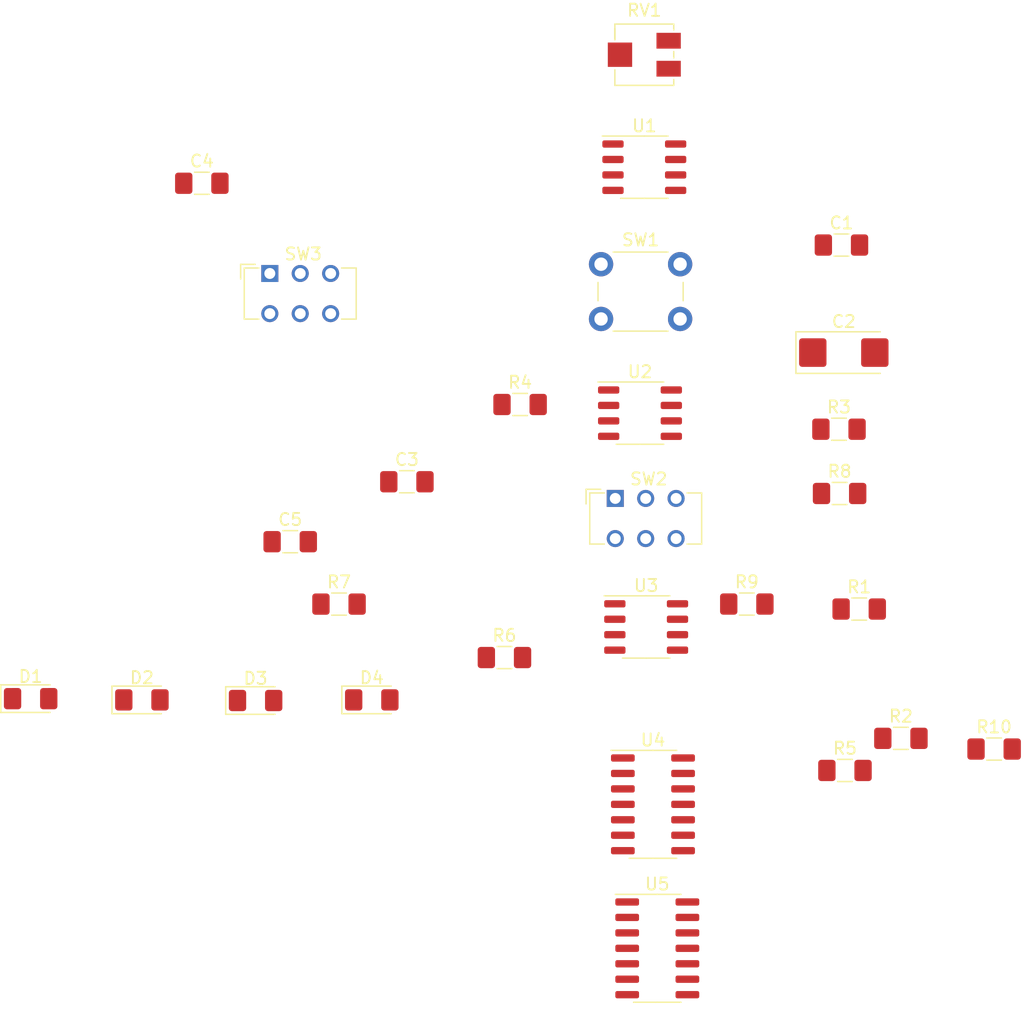
<source format=kicad_pcb>
(kicad_pcb (version 20171130) (host pcbnew 5.1.4-e60b266~84~ubuntu18.04.1)

  (general
    (thickness 1.6)
    (drawings 0)
    (tracks 0)
    (zones 0)
    (modules 28)
    (nets 29)
  )

  (page A4)
  (layers
    (0 F.Cu signal)
    (31 B.Cu signal)
    (32 B.Adhes user)
    (33 F.Adhes user)
    (34 B.Paste user)
    (35 F.Paste user)
    (36 B.SilkS user)
    (37 F.SilkS user)
    (38 B.Mask user)
    (39 F.Mask user)
    (40 Dwgs.User user)
    (41 Cmts.User user)
    (42 Eco1.User user)
    (43 Eco2.User user)
    (44 Edge.Cuts user)
    (45 Margin user)
    (46 B.CrtYd user)
    (47 F.CrtYd user)
    (48 B.Fab user)
    (49 F.Fab user)
  )

  (setup
    (last_trace_width 0.25)
    (trace_clearance 0.2)
    (zone_clearance 0.508)
    (zone_45_only no)
    (trace_min 0.2)
    (via_size 0.8)
    (via_drill 0.4)
    (via_min_size 0.4)
    (via_min_drill 0.3)
    (uvia_size 0.3)
    (uvia_drill 0.1)
    (uvias_allowed no)
    (uvia_min_size 0.2)
    (uvia_min_drill 0.1)
    (edge_width 0.05)
    (segment_width 0.2)
    (pcb_text_width 0.3)
    (pcb_text_size 1.5 1.5)
    (mod_edge_width 0.12)
    (mod_text_size 1 1)
    (mod_text_width 0.15)
    (pad_size 1.524 1.524)
    (pad_drill 0.762)
    (pad_to_mask_clearance 0.051)
    (solder_mask_min_width 0.25)
    (aux_axis_origin 0 0)
    (visible_elements FFFFFF7F)
    (pcbplotparams
      (layerselection 0x010fc_ffffffff)
      (usegerberextensions false)
      (usegerberattributes false)
      (usegerberadvancedattributes false)
      (creategerberjobfile false)
      (excludeedgelayer true)
      (linewidth 0.100000)
      (plotframeref false)
      (viasonmask false)
      (mode 1)
      (useauxorigin false)
      (hpglpennumber 1)
      (hpglpenspeed 20)
      (hpglpendiameter 15.000000)
      (psnegative false)
      (psa4output false)
      (plotreference true)
      (plotvalue true)
      (plotinvisibletext false)
      (padsonsilk false)
      (subtractmaskfromsilk false)
      (outputformat 1)
      (mirror false)
      (drillshape 1)
      (scaleselection 1)
      (outputdirectory ""))
  )

  (net 0 "")
  (net 1 "Net-(C1-Pad1)")
  (net 2 GND)
  (net 3 "Net-(C2-Pad1)")
  (net 4 "Net-(C3-Pad2)")
  (net 5 "Net-(C4-Pad1)")
  (net 6 "Net-(C5-Pad1)")
  (net 7 "Net-(D1-Pad1)")
  (net 8 "Net-(D1-Pad2)")
  (net 9 "Net-(D2-Pad2)")
  (net 10 "Net-(D2-Pad1)")
  (net 11 "Net-(D3-Pad1)")
  (net 12 "Net-(D3-Pad2)")
  (net 13 "Net-(D4-Pad2)")
  (net 14 "Net-(D4-Pad1)")
  (net 15 VCC)
  (net 16 "Net-(R1-Pad2)")
  (net 17 "Net-(R3-Pad1)")
  (net 18 "Net-(R4-Pad2)")
  (net 19 "Net-(R7-Pad2)")
  (net 20 "Net-(R8-Pad2)")
  (net 21 "Net-(SW3-Pad2)")
  (net 22 "Net-(U3-Pad7)")
  (net 23 "Net-(U4-Pad12)")
  (net 24 "Net-(U4-Pad11)")
  (net 25 "Net-(U4-Pad8)")
  (net 26 "Net-(U4-Pad3)")
  (net 27 "Net-(U5-Pad3)")
  (net 28 "Net-(U5-Pad10)")

  (net_class Default "This is the default net class."
    (clearance 0.2)
    (trace_width 0.25)
    (via_dia 0.8)
    (via_drill 0.4)
    (uvia_dia 0.3)
    (uvia_drill 0.1)
    (add_net GND)
    (add_net "Net-(C1-Pad1)")
    (add_net "Net-(C2-Pad1)")
    (add_net "Net-(C3-Pad2)")
    (add_net "Net-(C4-Pad1)")
    (add_net "Net-(C5-Pad1)")
    (add_net "Net-(D1-Pad1)")
    (add_net "Net-(D1-Pad2)")
    (add_net "Net-(D2-Pad1)")
    (add_net "Net-(D2-Pad2)")
    (add_net "Net-(D3-Pad1)")
    (add_net "Net-(D3-Pad2)")
    (add_net "Net-(D4-Pad1)")
    (add_net "Net-(D4-Pad2)")
    (add_net "Net-(R1-Pad2)")
    (add_net "Net-(R3-Pad1)")
    (add_net "Net-(R4-Pad2)")
    (add_net "Net-(R7-Pad2)")
    (add_net "Net-(R8-Pad2)")
    (add_net "Net-(SW3-Pad2)")
    (add_net "Net-(U3-Pad7)")
    (add_net "Net-(U4-Pad11)")
    (add_net "Net-(U4-Pad12)")
    (add_net "Net-(U4-Pad3)")
    (add_net "Net-(U4-Pad8)")
    (add_net "Net-(U5-Pad10)")
    (add_net "Net-(U5-Pad3)")
    (add_net VCC)
  )

  (module Capacitor_Tantalum_SMD:CP_EIA-6032-28_Kemet-C_Pad2.25x2.35mm_HandSolder (layer F.Cu) (tedit 5B301BBE) (tstamp 5D8EC9FB)
    (at 190.8964 70.2056)
    (descr "Tantalum Capacitor SMD Kemet-C (6032-28 Metric), IPC_7351 nominal, (Body size from: http://www.kemet.com/Lists/ProductCatalog/Attachments/253/KEM_TC101_STD.pdf), generated with kicad-footprint-generator")
    (tags "capacitor tantalum")
    (path /5D8F6759)
    (attr smd)
    (fp_text reference C2 (at 0 -2.55) (layer F.SilkS)
      (effects (font (size 1 1) (thickness 0.15)))
    )
    (fp_text value 1uF (at 0 2.55) (layer F.Fab)
      (effects (font (size 1 1) (thickness 0.15)))
    )
    (fp_line (start 3 -1.6) (end -2.2 -1.6) (layer F.Fab) (width 0.1))
    (fp_line (start -2.2 -1.6) (end -3 -0.8) (layer F.Fab) (width 0.1))
    (fp_line (start -3 -0.8) (end -3 1.6) (layer F.Fab) (width 0.1))
    (fp_line (start -3 1.6) (end 3 1.6) (layer F.Fab) (width 0.1))
    (fp_line (start 3 1.6) (end 3 -1.6) (layer F.Fab) (width 0.1))
    (fp_line (start 3 -1.71) (end -3.935 -1.71) (layer F.SilkS) (width 0.12))
    (fp_line (start -3.935 -1.71) (end -3.935 1.71) (layer F.SilkS) (width 0.12))
    (fp_line (start -3.935 1.71) (end 3 1.71) (layer F.SilkS) (width 0.12))
    (fp_line (start -3.92 1.85) (end -3.92 -1.85) (layer F.CrtYd) (width 0.05))
    (fp_line (start -3.92 -1.85) (end 3.92 -1.85) (layer F.CrtYd) (width 0.05))
    (fp_line (start 3.92 -1.85) (end 3.92 1.85) (layer F.CrtYd) (width 0.05))
    (fp_line (start 3.92 1.85) (end -3.92 1.85) (layer F.CrtYd) (width 0.05))
    (fp_text user %R (at 0 0) (layer F.Fab)
      (effects (font (size 1 1) (thickness 0.15)))
    )
    (pad 1 smd roundrect (at -2.55 0) (size 2.25 2.35) (layers F.Cu F.Paste F.Mask) (roundrect_rratio 0.111111)
      (net 3 "Net-(C2-Pad1)"))
    (pad 2 smd roundrect (at 2.55 0) (size 2.25 2.35) (layers F.Cu F.Paste F.Mask) (roundrect_rratio 0.111111)
      (net 2 GND))
    (model ${KISYS3DMOD}/Capacitor_Tantalum_SMD.3dshapes/CP_EIA-6032-28_Kemet-C.wrl
      (at (xyz 0 0 0))
      (scale (xyz 1 1 1))
      (rotate (xyz 0 0 0))
    )
  )

  (module Resistor_SMD:R_1206_3216Metric_Pad1.42x1.75mm_HandSolder (layer F.Cu) (tedit 5B301BBD) (tstamp 5D8ECA8B)
    (at 192.1621 91.2876)
    (descr "Resistor SMD 1206 (3216 Metric), square (rectangular) end terminal, IPC_7351 nominal with elongated pad for handsoldering. (Body size source: http://www.tortai-tech.com/upload/download/2011102023233369053.pdf), generated with kicad-footprint-generator")
    (tags "resistor handsolder")
    (path /5D8F5563)
    (attr smd)
    (fp_text reference R1 (at 0 -1.82) (layer F.SilkS)
      (effects (font (size 1 1) (thickness 0.15)))
    )
    (fp_text value 1k (at 0 1.82) (layer F.Fab)
      (effects (font (size 1 1) (thickness 0.15)))
    )
    (fp_line (start -1.6 0.8) (end -1.6 -0.8) (layer F.Fab) (width 0.1))
    (fp_line (start -1.6 -0.8) (end 1.6 -0.8) (layer F.Fab) (width 0.1))
    (fp_line (start 1.6 -0.8) (end 1.6 0.8) (layer F.Fab) (width 0.1))
    (fp_line (start 1.6 0.8) (end -1.6 0.8) (layer F.Fab) (width 0.1))
    (fp_line (start -0.602064 -0.91) (end 0.602064 -0.91) (layer F.SilkS) (width 0.12))
    (fp_line (start -0.602064 0.91) (end 0.602064 0.91) (layer F.SilkS) (width 0.12))
    (fp_line (start -2.45 1.12) (end -2.45 -1.12) (layer F.CrtYd) (width 0.05))
    (fp_line (start -2.45 -1.12) (end 2.45 -1.12) (layer F.CrtYd) (width 0.05))
    (fp_line (start 2.45 -1.12) (end 2.45 1.12) (layer F.CrtYd) (width 0.05))
    (fp_line (start 2.45 1.12) (end -2.45 1.12) (layer F.CrtYd) (width 0.05))
    (fp_text user %R (at 0 0) (layer F.Fab)
      (effects (font (size 0.8 0.8) (thickness 0.12)))
    )
    (pad 1 smd roundrect (at -1.4875 0) (size 1.425 1.75) (layers F.Cu F.Paste F.Mask) (roundrect_rratio 0.175439)
      (net 15 VCC))
    (pad 2 smd roundrect (at 1.4875 0) (size 1.425 1.75) (layers F.Cu F.Paste F.Mask) (roundrect_rratio 0.175439)
      (net 16 "Net-(R1-Pad2)"))
    (model ${KISYS3DMOD}/Resistor_SMD.3dshapes/R_1206_3216Metric.wrl
      (at (xyz 0 0 0))
      (scale (xyz 1 1 1))
      (rotate (xyz 0 0 0))
    )
  )

  (module Resistor_SMD:R_1206_3216Metric_Pad1.42x1.75mm_HandSolder (layer F.Cu) (tedit 5B301BBD) (tstamp 5D8ECA9C)
    (at 195.590265 101.916439)
    (descr "Resistor SMD 1206 (3216 Metric), square (rectangular) end terminal, IPC_7351 nominal with elongated pad for handsoldering. (Body size source: http://www.tortai-tech.com/upload/download/2011102023233369053.pdf), generated with kicad-footprint-generator")
    (tags "resistor handsolder")
    (path /5D8F5A1A)
    (attr smd)
    (fp_text reference R2 (at 0 -1.82) (layer F.SilkS)
      (effects (font (size 1 1) (thickness 0.15)))
    )
    (fp_text value 220 (at 0 1.82) (layer F.Fab)
      (effects (font (size 1 1) (thickness 0.15)))
    )
    (fp_line (start -1.6 0.8) (end -1.6 -0.8) (layer F.Fab) (width 0.1))
    (fp_line (start -1.6 -0.8) (end 1.6 -0.8) (layer F.Fab) (width 0.1))
    (fp_line (start 1.6 -0.8) (end 1.6 0.8) (layer F.Fab) (width 0.1))
    (fp_line (start 1.6 0.8) (end -1.6 0.8) (layer F.Fab) (width 0.1))
    (fp_line (start -0.602064 -0.91) (end 0.602064 -0.91) (layer F.SilkS) (width 0.12))
    (fp_line (start -0.602064 0.91) (end 0.602064 0.91) (layer F.SilkS) (width 0.12))
    (fp_line (start -2.45 1.12) (end -2.45 -1.12) (layer F.CrtYd) (width 0.05))
    (fp_line (start -2.45 -1.12) (end 2.45 -1.12) (layer F.CrtYd) (width 0.05))
    (fp_line (start 2.45 -1.12) (end 2.45 1.12) (layer F.CrtYd) (width 0.05))
    (fp_line (start 2.45 1.12) (end -2.45 1.12) (layer F.CrtYd) (width 0.05))
    (fp_text user %R (at 0 0) (layer F.Fab)
      (effects (font (size 0.8 0.8) (thickness 0.12)))
    )
    (pad 1 smd roundrect (at -1.4875 0) (size 1.425 1.75) (layers F.Cu F.Paste F.Mask) (roundrect_rratio 0.175439)
      (net 7 "Net-(D1-Pad1)"))
    (pad 2 smd roundrect (at 1.4875 0) (size 1.425 1.75) (layers F.Cu F.Paste F.Mask) (roundrect_rratio 0.175439)
      (net 2 GND))
    (model ${KISYS3DMOD}/Resistor_SMD.3dshapes/R_1206_3216Metric.wrl
      (at (xyz 0 0 0))
      (scale (xyz 1 1 1))
      (rotate (xyz 0 0 0))
    )
  )

  (module Resistor_SMD:R_1206_3216Metric_Pad1.42x1.75mm_HandSolder (layer F.Cu) (tedit 5B301BBD) (tstamp 5D8ECAAD)
    (at 190.5 76.5048)
    (descr "Resistor SMD 1206 (3216 Metric), square (rectangular) end terminal, IPC_7351 nominal with elongated pad for handsoldering. (Body size source: http://www.tortai-tech.com/upload/download/2011102023233369053.pdf), generated with kicad-footprint-generator")
    (tags "resistor handsolder")
    (path /5D8F582F)
    (attr smd)
    (fp_text reference R3 (at 0 -1.82) (layer F.SilkS)
      (effects (font (size 1 1) (thickness 0.15)))
    )
    (fp_text value 1k (at 0 1.82) (layer F.Fab)
      (effects (font (size 1 1) (thickness 0.15)))
    )
    (fp_text user %R (at 0 0) (layer F.Fab)
      (effects (font (size 0.8 0.8) (thickness 0.12)))
    )
    (fp_line (start 2.45 1.12) (end -2.45 1.12) (layer F.CrtYd) (width 0.05))
    (fp_line (start 2.45 -1.12) (end 2.45 1.12) (layer F.CrtYd) (width 0.05))
    (fp_line (start -2.45 -1.12) (end 2.45 -1.12) (layer F.CrtYd) (width 0.05))
    (fp_line (start -2.45 1.12) (end -2.45 -1.12) (layer F.CrtYd) (width 0.05))
    (fp_line (start -0.602064 0.91) (end 0.602064 0.91) (layer F.SilkS) (width 0.12))
    (fp_line (start -0.602064 -0.91) (end 0.602064 -0.91) (layer F.SilkS) (width 0.12))
    (fp_line (start 1.6 0.8) (end -1.6 0.8) (layer F.Fab) (width 0.1))
    (fp_line (start 1.6 -0.8) (end 1.6 0.8) (layer F.Fab) (width 0.1))
    (fp_line (start -1.6 -0.8) (end 1.6 -0.8) (layer F.Fab) (width 0.1))
    (fp_line (start -1.6 0.8) (end -1.6 -0.8) (layer F.Fab) (width 0.1))
    (pad 2 smd roundrect (at 1.4875 0) (size 1.425 1.75) (layers F.Cu F.Paste F.Mask) (roundrect_rratio 0.175439)
      (net 16 "Net-(R1-Pad2)"))
    (pad 1 smd roundrect (at -1.4875 0) (size 1.425 1.75) (layers F.Cu F.Paste F.Mask) (roundrect_rratio 0.175439)
      (net 17 "Net-(R3-Pad1)"))
    (model ${KISYS3DMOD}/Resistor_SMD.3dshapes/R_1206_3216Metric.wrl
      (at (xyz 0 0 0))
      (scale (xyz 1 1 1))
      (rotate (xyz 0 0 0))
    )
  )

  (module Resistor_SMD:R_1206_3216Metric_Pad1.42x1.75mm_HandSolder (layer F.Cu) (tedit 5B301BBD) (tstamp 5D8ECABE)
    (at 164.2872 74.4728)
    (descr "Resistor SMD 1206 (3216 Metric), square (rectangular) end terminal, IPC_7351 nominal with elongated pad for handsoldering. (Body size source: http://www.tortai-tech.com/upload/download/2011102023233369053.pdf), generated with kicad-footprint-generator")
    (tags "resistor handsolder")
    (path /5D9193A1)
    (attr smd)
    (fp_text reference R4 (at 0 -1.82) (layer F.SilkS)
      (effects (font (size 1 1) (thickness 0.15)))
    )
    (fp_text value 1k (at 0 1.82) (layer F.Fab)
      (effects (font (size 1 1) (thickness 0.15)))
    )
    (fp_line (start -1.6 0.8) (end -1.6 -0.8) (layer F.Fab) (width 0.1))
    (fp_line (start -1.6 -0.8) (end 1.6 -0.8) (layer F.Fab) (width 0.1))
    (fp_line (start 1.6 -0.8) (end 1.6 0.8) (layer F.Fab) (width 0.1))
    (fp_line (start 1.6 0.8) (end -1.6 0.8) (layer F.Fab) (width 0.1))
    (fp_line (start -0.602064 -0.91) (end 0.602064 -0.91) (layer F.SilkS) (width 0.12))
    (fp_line (start -0.602064 0.91) (end 0.602064 0.91) (layer F.SilkS) (width 0.12))
    (fp_line (start -2.45 1.12) (end -2.45 -1.12) (layer F.CrtYd) (width 0.05))
    (fp_line (start -2.45 -1.12) (end 2.45 -1.12) (layer F.CrtYd) (width 0.05))
    (fp_line (start 2.45 -1.12) (end 2.45 1.12) (layer F.CrtYd) (width 0.05))
    (fp_line (start 2.45 1.12) (end -2.45 1.12) (layer F.CrtYd) (width 0.05))
    (fp_text user %R (at 0 0) (layer F.Fab)
      (effects (font (size 0.8 0.8) (thickness 0.12)))
    )
    (pad 1 smd roundrect (at -1.4875 0) (size 1.425 1.75) (layers F.Cu F.Paste F.Mask) (roundrect_rratio 0.175439)
      (net 15 VCC))
    (pad 2 smd roundrect (at 1.4875 0) (size 1.425 1.75) (layers F.Cu F.Paste F.Mask) (roundrect_rratio 0.175439)
      (net 18 "Net-(R4-Pad2)"))
    (model ${KISYS3DMOD}/Resistor_SMD.3dshapes/R_1206_3216Metric.wrl
      (at (xyz 0 0 0))
      (scale (xyz 1 1 1))
      (rotate (xyz 0 0 0))
    )
  )

  (module Resistor_SMD:R_1206_3216Metric_Pad1.42x1.75mm_HandSolder (layer F.Cu) (tedit 5B301BBD) (tstamp 5D8ECACF)
    (at 190.992489 104.555326)
    (descr "Resistor SMD 1206 (3216 Metric), square (rectangular) end terminal, IPC_7351 nominal with elongated pad for handsoldering. (Body size source: http://www.tortai-tech.com/upload/download/2011102023233369053.pdf), generated with kicad-footprint-generator")
    (tags "resistor handsolder")
    (path /5D91A65F)
    (attr smd)
    (fp_text reference R5 (at 0 -1.82) (layer F.SilkS)
      (effects (font (size 1 1) (thickness 0.15)))
    )
    (fp_text value 1M (at 0 1.82) (layer F.Fab)
      (effects (font (size 1 1) (thickness 0.15)))
    )
    (fp_text user %R (at 0 0) (layer F.Fab)
      (effects (font (size 0.8 0.8) (thickness 0.12)))
    )
    (fp_line (start 2.45 1.12) (end -2.45 1.12) (layer F.CrtYd) (width 0.05))
    (fp_line (start 2.45 -1.12) (end 2.45 1.12) (layer F.CrtYd) (width 0.05))
    (fp_line (start -2.45 -1.12) (end 2.45 -1.12) (layer F.CrtYd) (width 0.05))
    (fp_line (start -2.45 1.12) (end -2.45 -1.12) (layer F.CrtYd) (width 0.05))
    (fp_line (start -0.602064 0.91) (end 0.602064 0.91) (layer F.SilkS) (width 0.12))
    (fp_line (start -0.602064 -0.91) (end 0.602064 -0.91) (layer F.SilkS) (width 0.12))
    (fp_line (start 1.6 0.8) (end -1.6 0.8) (layer F.Fab) (width 0.1))
    (fp_line (start 1.6 -0.8) (end 1.6 0.8) (layer F.Fab) (width 0.1))
    (fp_line (start -1.6 -0.8) (end 1.6 -0.8) (layer F.Fab) (width 0.1))
    (fp_line (start -1.6 0.8) (end -1.6 -0.8) (layer F.Fab) (width 0.1))
    (pad 2 smd roundrect (at 1.4875 0) (size 1.425 1.75) (layers F.Cu F.Paste F.Mask) (roundrect_rratio 0.175439)
      (net 4 "Net-(C3-Pad2)"))
    (pad 1 smd roundrect (at -1.4875 0) (size 1.425 1.75) (layers F.Cu F.Paste F.Mask) (roundrect_rratio 0.175439)
      (net 15 VCC))
    (model ${KISYS3DMOD}/Resistor_SMD.3dshapes/R_1206_3216Metric.wrl
      (at (xyz 0 0 0))
      (scale (xyz 1 1 1))
      (rotate (xyz 0 0 0))
    )
  )

  (module Resistor_SMD:R_1206_3216Metric_Pad1.42x1.75mm_HandSolder (layer F.Cu) (tedit 5B301BBD) (tstamp 5D8ECAE0)
    (at 163.000937 95.274955)
    (descr "Resistor SMD 1206 (3216 Metric), square (rectangular) end terminal, IPC_7351 nominal with elongated pad for handsoldering. (Body size source: http://www.tortai-tech.com/upload/download/2011102023233369053.pdf), generated with kicad-footprint-generator")
    (tags "resistor handsolder")
    (path /5D919E92)
    (attr smd)
    (fp_text reference R6 (at 0 -1.82) (layer F.SilkS)
      (effects (font (size 1 1) (thickness 0.15)))
    )
    (fp_text value 220 (at 0 1.82) (layer F.Fab)
      (effects (font (size 1 1) (thickness 0.15)))
    )
    (fp_line (start -1.6 0.8) (end -1.6 -0.8) (layer F.Fab) (width 0.1))
    (fp_line (start -1.6 -0.8) (end 1.6 -0.8) (layer F.Fab) (width 0.1))
    (fp_line (start 1.6 -0.8) (end 1.6 0.8) (layer F.Fab) (width 0.1))
    (fp_line (start 1.6 0.8) (end -1.6 0.8) (layer F.Fab) (width 0.1))
    (fp_line (start -0.602064 -0.91) (end 0.602064 -0.91) (layer F.SilkS) (width 0.12))
    (fp_line (start -0.602064 0.91) (end 0.602064 0.91) (layer F.SilkS) (width 0.12))
    (fp_line (start -2.45 1.12) (end -2.45 -1.12) (layer F.CrtYd) (width 0.05))
    (fp_line (start -2.45 -1.12) (end 2.45 -1.12) (layer F.CrtYd) (width 0.05))
    (fp_line (start 2.45 -1.12) (end 2.45 1.12) (layer F.CrtYd) (width 0.05))
    (fp_line (start 2.45 1.12) (end -2.45 1.12) (layer F.CrtYd) (width 0.05))
    (fp_text user %R (at 0 0) (layer F.Fab)
      (effects (font (size 0.8 0.8) (thickness 0.12)))
    )
    (pad 1 smd roundrect (at -1.4875 0) (size 1.425 1.75) (layers F.Cu F.Paste F.Mask) (roundrect_rratio 0.175439)
      (net 2 GND))
    (pad 2 smd roundrect (at 1.4875 0) (size 1.425 1.75) (layers F.Cu F.Paste F.Mask) (roundrect_rratio 0.175439)
      (net 10 "Net-(D2-Pad1)"))
    (model ${KISYS3DMOD}/Resistor_SMD.3dshapes/R_1206_3216Metric.wrl
      (at (xyz 0 0 0))
      (scale (xyz 1 1 1))
      (rotate (xyz 0 0 0))
    )
  )

  (module Resistor_SMD:R_1206_3216Metric_Pad1.42x1.75mm_HandSolder (layer F.Cu) (tedit 5B301BBD) (tstamp 5D8ECAF1)
    (at 149.4028 90.8812)
    (descr "Resistor SMD 1206 (3216 Metric), square (rectangular) end terminal, IPC_7351 nominal with elongated pad for handsoldering. (Body size source: http://www.tortai-tech.com/upload/download/2011102023233369053.pdf), generated with kicad-footprint-generator")
    (tags "resistor handsolder")
    (path /5D978744)
    (attr smd)
    (fp_text reference R7 (at 0 -1.82) (layer F.SilkS)
      (effects (font (size 1 1) (thickness 0.15)))
    )
    (fp_text value 1k (at 0 1.82) (layer F.Fab)
      (effects (font (size 1 1) (thickness 0.15)))
    )
    (fp_line (start -1.6 0.8) (end -1.6 -0.8) (layer F.Fab) (width 0.1))
    (fp_line (start -1.6 -0.8) (end 1.6 -0.8) (layer F.Fab) (width 0.1))
    (fp_line (start 1.6 -0.8) (end 1.6 0.8) (layer F.Fab) (width 0.1))
    (fp_line (start 1.6 0.8) (end -1.6 0.8) (layer F.Fab) (width 0.1))
    (fp_line (start -0.602064 -0.91) (end 0.602064 -0.91) (layer F.SilkS) (width 0.12))
    (fp_line (start -0.602064 0.91) (end 0.602064 0.91) (layer F.SilkS) (width 0.12))
    (fp_line (start -2.45 1.12) (end -2.45 -1.12) (layer F.CrtYd) (width 0.05))
    (fp_line (start -2.45 -1.12) (end 2.45 -1.12) (layer F.CrtYd) (width 0.05))
    (fp_line (start 2.45 -1.12) (end 2.45 1.12) (layer F.CrtYd) (width 0.05))
    (fp_line (start 2.45 1.12) (end -2.45 1.12) (layer F.CrtYd) (width 0.05))
    (fp_text user %R (at 0 0) (layer F.Fab)
      (effects (font (size 0.8 0.8) (thickness 0.12)))
    )
    (pad 1 smd roundrect (at -1.4875 0) (size 1.425 1.75) (layers F.Cu F.Paste F.Mask) (roundrect_rratio 0.175439)
      (net 15 VCC))
    (pad 2 smd roundrect (at 1.4875 0) (size 1.425 1.75) (layers F.Cu F.Paste F.Mask) (roundrect_rratio 0.175439)
      (net 19 "Net-(R7-Pad2)"))
    (model ${KISYS3DMOD}/Resistor_SMD.3dshapes/R_1206_3216Metric.wrl
      (at (xyz 0 0 0))
      (scale (xyz 1 1 1))
      (rotate (xyz 0 0 0))
    )
  )

  (module Resistor_SMD:R_1206_3216Metric_Pad1.42x1.75mm_HandSolder (layer F.Cu) (tedit 5B301BBD) (tstamp 5D8ECB02)
    (at 190.5508 81.788)
    (descr "Resistor SMD 1206 (3216 Metric), square (rectangular) end terminal, IPC_7351 nominal with elongated pad for handsoldering. (Body size source: http://www.tortai-tech.com/upload/download/2011102023233369053.pdf), generated with kicad-footprint-generator")
    (tags "resistor handsolder")
    (path /5D967A59)
    (attr smd)
    (fp_text reference R8 (at 0 -1.82) (layer F.SilkS)
      (effects (font (size 1 1) (thickness 0.15)))
    )
    (fp_text value 1k (at 0 1.82) (layer F.Fab)
      (effects (font (size 1 1) (thickness 0.15)))
    )
    (fp_text user %R (at 0 0) (layer F.Fab)
      (effects (font (size 0.8 0.8) (thickness 0.12)))
    )
    (fp_line (start 2.45 1.12) (end -2.45 1.12) (layer F.CrtYd) (width 0.05))
    (fp_line (start 2.45 -1.12) (end 2.45 1.12) (layer F.CrtYd) (width 0.05))
    (fp_line (start -2.45 -1.12) (end 2.45 -1.12) (layer F.CrtYd) (width 0.05))
    (fp_line (start -2.45 1.12) (end -2.45 -1.12) (layer F.CrtYd) (width 0.05))
    (fp_line (start -0.602064 0.91) (end 0.602064 0.91) (layer F.SilkS) (width 0.12))
    (fp_line (start -0.602064 -0.91) (end 0.602064 -0.91) (layer F.SilkS) (width 0.12))
    (fp_line (start 1.6 0.8) (end -1.6 0.8) (layer F.Fab) (width 0.1))
    (fp_line (start 1.6 -0.8) (end 1.6 0.8) (layer F.Fab) (width 0.1))
    (fp_line (start -1.6 -0.8) (end 1.6 -0.8) (layer F.Fab) (width 0.1))
    (fp_line (start -1.6 0.8) (end -1.6 -0.8) (layer F.Fab) (width 0.1))
    (pad 2 smd roundrect (at 1.4875 0) (size 1.425 1.75) (layers F.Cu F.Paste F.Mask) (roundrect_rratio 0.175439)
      (net 20 "Net-(R8-Pad2)"))
    (pad 1 smd roundrect (at -1.4875 0) (size 1.425 1.75) (layers F.Cu F.Paste F.Mask) (roundrect_rratio 0.175439)
      (net 15 VCC))
    (model ${KISYS3DMOD}/Resistor_SMD.3dshapes/R_1206_3216Metric.wrl
      (at (xyz 0 0 0))
      (scale (xyz 1 1 1))
      (rotate (xyz 0 0 0))
    )
  )

  (module Resistor_SMD:R_1206_3216Metric_Pad1.42x1.75mm_HandSolder (layer F.Cu) (tedit 5B301BBD) (tstamp 5D8ECB13)
    (at 182.924633 90.87681)
    (descr "Resistor SMD 1206 (3216 Metric), square (rectangular) end terminal, IPC_7351 nominal with elongated pad for handsoldering. (Body size source: http://www.tortai-tech.com/upload/download/2011102023233369053.pdf), generated with kicad-footprint-generator")
    (tags "resistor handsolder")
    (path /5DB47D6A)
    (attr smd)
    (fp_text reference R9 (at 0 -1.82) (layer F.SilkS)
      (effects (font (size 1 1) (thickness 0.15)))
    )
    (fp_text value 220 (at 0 1.82) (layer F.Fab)
      (effects (font (size 1 1) (thickness 0.15)))
    )
    (fp_text user %R (at 0 0) (layer F.Fab)
      (effects (font (size 0.8 0.8) (thickness 0.12)))
    )
    (fp_line (start 2.45 1.12) (end -2.45 1.12) (layer F.CrtYd) (width 0.05))
    (fp_line (start 2.45 -1.12) (end 2.45 1.12) (layer F.CrtYd) (width 0.05))
    (fp_line (start -2.45 -1.12) (end 2.45 -1.12) (layer F.CrtYd) (width 0.05))
    (fp_line (start -2.45 1.12) (end -2.45 -1.12) (layer F.CrtYd) (width 0.05))
    (fp_line (start -0.602064 0.91) (end 0.602064 0.91) (layer F.SilkS) (width 0.12))
    (fp_line (start -0.602064 -0.91) (end 0.602064 -0.91) (layer F.SilkS) (width 0.12))
    (fp_line (start 1.6 0.8) (end -1.6 0.8) (layer F.Fab) (width 0.1))
    (fp_line (start 1.6 -0.8) (end 1.6 0.8) (layer F.Fab) (width 0.1))
    (fp_line (start -1.6 -0.8) (end 1.6 -0.8) (layer F.Fab) (width 0.1))
    (fp_line (start -1.6 0.8) (end -1.6 -0.8) (layer F.Fab) (width 0.1))
    (pad 2 smd roundrect (at 1.4875 0) (size 1.425 1.75) (layers F.Cu F.Paste F.Mask) (roundrect_rratio 0.175439)
      (net 11 "Net-(D3-Pad1)"))
    (pad 1 smd roundrect (at -1.4875 0) (size 1.425 1.75) (layers F.Cu F.Paste F.Mask) (roundrect_rratio 0.175439)
      (net 2 GND))
    (model ${KISYS3DMOD}/Resistor_SMD.3dshapes/R_1206_3216Metric.wrl
      (at (xyz 0 0 0))
      (scale (xyz 1 1 1))
      (rotate (xyz 0 0 0))
    )
  )

  (module Resistor_SMD:R_1206_3216Metric_Pad1.42x1.75mm_HandSolder (layer F.Cu) (tedit 5B301BBD) (tstamp 5D8ECB24)
    (at 203.253225 102.796068)
    (descr "Resistor SMD 1206 (3216 Metric), square (rectangular) end terminal, IPC_7351 nominal with elongated pad for handsoldering. (Body size source: http://www.tortai-tech.com/upload/download/2011102023233369053.pdf), generated with kicad-footprint-generator")
    (tags "resistor handsolder")
    (path /5DBD0567)
    (attr smd)
    (fp_text reference R10 (at 0 -1.82) (layer F.SilkS)
      (effects (font (size 1 1) (thickness 0.15)))
    )
    (fp_text value 220 (at 0 1.82) (layer F.Fab)
      (effects (font (size 1 1) (thickness 0.15)))
    )
    (fp_text user %R (at 0 0) (layer F.Fab)
      (effects (font (size 0.8 0.8) (thickness 0.12)))
    )
    (fp_line (start 2.45 1.12) (end -2.45 1.12) (layer F.CrtYd) (width 0.05))
    (fp_line (start 2.45 -1.12) (end 2.45 1.12) (layer F.CrtYd) (width 0.05))
    (fp_line (start -2.45 -1.12) (end 2.45 -1.12) (layer F.CrtYd) (width 0.05))
    (fp_line (start -2.45 1.12) (end -2.45 -1.12) (layer F.CrtYd) (width 0.05))
    (fp_line (start -0.602064 0.91) (end 0.602064 0.91) (layer F.SilkS) (width 0.12))
    (fp_line (start -0.602064 -0.91) (end 0.602064 -0.91) (layer F.SilkS) (width 0.12))
    (fp_line (start 1.6 0.8) (end -1.6 0.8) (layer F.Fab) (width 0.1))
    (fp_line (start 1.6 -0.8) (end 1.6 0.8) (layer F.Fab) (width 0.1))
    (fp_line (start -1.6 -0.8) (end 1.6 -0.8) (layer F.Fab) (width 0.1))
    (fp_line (start -1.6 0.8) (end -1.6 -0.8) (layer F.Fab) (width 0.1))
    (pad 2 smd roundrect (at 1.4875 0) (size 1.425 1.75) (layers F.Cu F.Paste F.Mask) (roundrect_rratio 0.175439)
      (net 2 GND))
    (pad 1 smd roundrect (at -1.4875 0) (size 1.425 1.75) (layers F.Cu F.Paste F.Mask) (roundrect_rratio 0.175439)
      (net 14 "Net-(D4-Pad1)"))
    (model ${KISYS3DMOD}/Resistor_SMD.3dshapes/R_1206_3216Metric.wrl
      (at (xyz 0 0 0))
      (scale (xyz 1 1 1))
      (rotate (xyz 0 0 0))
    )
  )

  (module Potentiometer_SMD:Potentiometer_Bourns_3214J_Horizontal (layer F.Cu) (tedit 5A3D7171) (tstamp 5D8ECB43)
    (at 174.498 45.72)
    (descr "Potentiometer, horizontal, Bourns 3214J, https://www.bourns.com/docs/Product-Datasheets/3214.pdf")
    (tags "Potentiometer horizontal Bourns 3214J")
    (path /5D8F7228)
    (attr smd)
    (fp_text reference RV1 (at 0 -3.65) (layer F.SilkS)
      (effects (font (size 1 1) (thickness 0.15)))
    )
    (fp_text value 100k (at 0 3.65) (layer F.Fab)
      (effects (font (size 1 1) (thickness 0.15)))
    )
    (fp_line (start -2.3 -2.4) (end -2.3 2.4) (layer F.Fab) (width 0.1))
    (fp_line (start -2.3 2.4) (end 2.3 2.4) (layer F.Fab) (width 0.1))
    (fp_line (start 2.3 2.4) (end 2.3 -2.4) (layer F.Fab) (width 0.1))
    (fp_line (start 2.3 -2.4) (end -2.3 -2.4) (layer F.Fab) (width 0.1))
    (fp_line (start -2.3 -2.02) (end -2.3 -0.24) (layer F.Fab) (width 0.1))
    (fp_line (start -2.3 -0.24) (end -2.3 -0.24) (layer F.Fab) (width 0.1))
    (fp_line (start -2.3 -0.24) (end -2.3 -2.02) (layer F.Fab) (width 0.1))
    (fp_line (start -2.3 -2.02) (end -2.3 -2.02) (layer F.Fab) (width 0.1))
    (fp_line (start -2.3 -1.13) (end -2.3 -1.13) (layer F.Fab) (width 0.1))
    (fp_line (start -2.42 -2.52) (end 2.42 -2.52) (layer F.SilkS) (width 0.12))
    (fp_line (start -2.42 2.52) (end 2.42 2.52) (layer F.SilkS) (width 0.12))
    (fp_line (start -2.42 -2.52) (end -2.42 -1.24) (layer F.SilkS) (width 0.12))
    (fp_line (start -2.42 1.24) (end -2.42 2.52) (layer F.SilkS) (width 0.12))
    (fp_line (start 2.42 -2.52) (end 2.42 -2.04) (layer F.SilkS) (width 0.12))
    (fp_line (start 2.42 -0.26) (end 2.42 0.26) (layer F.SilkS) (width 0.12))
    (fp_line (start 2.42 2.04) (end 2.42 2.52) (layer F.SilkS) (width 0.12))
    (fp_line (start -2.42 -2.14) (end -2.42 -2.14) (layer F.SilkS) (width 0.12))
    (fp_line (start -2.42 -2.14) (end -2.42 -1.24) (layer F.SilkS) (width 0.12))
    (fp_line (start -2.42 -2.14) (end -2.42 -1.24) (layer F.SilkS) (width 0.12))
    (fp_line (start -3.25 -2.65) (end -3.25 2.65) (layer F.CrtYd) (width 0.05))
    (fp_line (start -3.25 2.65) (end 3.25 2.65) (layer F.CrtYd) (width 0.05))
    (fp_line (start 3.25 2.65) (end 3.25 -2.65) (layer F.CrtYd) (width 0.05))
    (fp_line (start 3.25 -2.65) (end -3.25 -2.65) (layer F.CrtYd) (width 0.05))
    (fp_text user %R (at 0 0) (layer F.Fab)
      (effects (font (size 1 1) (thickness 0.15)))
    )
    (pad 1 smd rect (at 2 -1.15) (size 2 1.3) (layers F.Cu F.Paste F.Mask)
      (net 2 GND))
    (pad 2 smd rect (at -2 0) (size 2 2) (layers F.Cu F.Paste F.Mask)
      (net 3 "Net-(C2-Pad1)"))
    (pad 3 smd rect (at 2 1.15) (size 2 1.3) (layers F.Cu F.Paste F.Mask)
      (net 17 "Net-(R3-Pad1)"))
    (model ${KISYS3DMOD}/Potentiometer_SMD.3dshapes/Potentiometer_Bourns_3214J_Horizontal.wrl
      (at (xyz 0 0 0))
      (scale (xyz 1 1 1))
      (rotate (xyz 0 0 0))
    )
  )

  (module Button_Switch_THT:SW_PUSH_6mm_H4.3mm (layer F.Cu) (tedit 5A02FE31) (tstamp 5D8ECB62)
    (at 170.942 62.9412)
    (descr "tactile push button, 6x6mm e.g. PHAP33xx series, height=4.3mm")
    (tags "tact sw push 6mm")
    (path /5D918B03)
    (fp_text reference SW1 (at 3.25 -2) (layer F.SilkS)
      (effects (font (size 1 1) (thickness 0.15)))
    )
    (fp_text value Step (at 3.75 6.7) (layer F.Fab)
      (effects (font (size 1 1) (thickness 0.15)))
    )
    (fp_text user %R (at 3.25 2.25) (layer F.Fab)
      (effects (font (size 1 1) (thickness 0.15)))
    )
    (fp_line (start 3.25 -0.75) (end 6.25 -0.75) (layer F.Fab) (width 0.1))
    (fp_line (start 6.25 -0.75) (end 6.25 5.25) (layer F.Fab) (width 0.1))
    (fp_line (start 6.25 5.25) (end 0.25 5.25) (layer F.Fab) (width 0.1))
    (fp_line (start 0.25 5.25) (end 0.25 -0.75) (layer F.Fab) (width 0.1))
    (fp_line (start 0.25 -0.75) (end 3.25 -0.75) (layer F.Fab) (width 0.1))
    (fp_line (start 7.75 6) (end 8 6) (layer F.CrtYd) (width 0.05))
    (fp_line (start 8 6) (end 8 5.75) (layer F.CrtYd) (width 0.05))
    (fp_line (start 7.75 -1.5) (end 8 -1.5) (layer F.CrtYd) (width 0.05))
    (fp_line (start 8 -1.5) (end 8 -1.25) (layer F.CrtYd) (width 0.05))
    (fp_line (start -1.5 -1.25) (end -1.5 -1.5) (layer F.CrtYd) (width 0.05))
    (fp_line (start -1.5 -1.5) (end -1.25 -1.5) (layer F.CrtYd) (width 0.05))
    (fp_line (start -1.5 5.75) (end -1.5 6) (layer F.CrtYd) (width 0.05))
    (fp_line (start -1.5 6) (end -1.25 6) (layer F.CrtYd) (width 0.05))
    (fp_line (start -1.25 -1.5) (end 7.75 -1.5) (layer F.CrtYd) (width 0.05))
    (fp_line (start -1.5 5.75) (end -1.5 -1.25) (layer F.CrtYd) (width 0.05))
    (fp_line (start 7.75 6) (end -1.25 6) (layer F.CrtYd) (width 0.05))
    (fp_line (start 8 -1.25) (end 8 5.75) (layer F.CrtYd) (width 0.05))
    (fp_line (start 1 5.5) (end 5.5 5.5) (layer F.SilkS) (width 0.12))
    (fp_line (start -0.25 1.5) (end -0.25 3) (layer F.SilkS) (width 0.12))
    (fp_line (start 5.5 -1) (end 1 -1) (layer F.SilkS) (width 0.12))
    (fp_line (start 6.75 3) (end 6.75 1.5) (layer F.SilkS) (width 0.12))
    (fp_circle (center 3.25 2.25) (end 1.25 2.5) (layer F.Fab) (width 0.1))
    (pad 2 thru_hole circle (at 0 4.5 90) (size 2 2) (drill 1.1) (layers *.Cu *.Mask)
      (net 18 "Net-(R4-Pad2)"))
    (pad 1 thru_hole circle (at 0 0 90) (size 2 2) (drill 1.1) (layers *.Cu *.Mask)
      (net 2 GND))
    (pad 2 thru_hole circle (at 6.5 4.5 90) (size 2 2) (drill 1.1) (layers *.Cu *.Mask)
      (net 18 "Net-(R4-Pad2)"))
    (pad 1 thru_hole circle (at 6.5 0 90) (size 2 2) (drill 1.1) (layers *.Cu *.Mask)
      (net 2 GND))
    (model ${KISYS3DMOD}/Button_Switch_THT.3dshapes/SW_PUSH_6mm_H4.3mm.wrl
      (at (xyz 0 0 0))
      (scale (xyz 1 1 1))
      (rotate (xyz 0 0 0))
    )
  )

  (module Button_Switch_THT:SW_CuK_JS202011CQN_DPDT_Straight (layer F.Cu) (tedit 5A02FE31) (tstamp 5D8ECB7E)
    (at 172.1104 82.1944)
    (descr "CuK sub miniature slide switch, JS series, DPDT, right angle, http://www.ckswitches.com/media/1422/js.pdf")
    (tags "switch DPDT")
    (path /5D963F70)
    (fp_text reference SW2 (at 2.75 -1.6) (layer F.SilkS)
      (effects (font (size 1 1) (thickness 0.15)))
    )
    (fp_text value Switch (at 3 5) (layer F.Fab)
      (effects (font (size 1 1) (thickness 0.15)))
    )
    (fp_line (start -1 -0.35) (end -2 0.65) (layer F.Fab) (width 0.1))
    (fp_line (start -2.25 4.25) (end -2.25 -0.95) (layer F.CrtYd) (width 0.05))
    (fp_line (start 7.25 4.25) (end -2.25 4.25) (layer F.CrtYd) (width 0.05))
    (fp_line (start 7.25 -0.95) (end 7.25 4.25) (layer F.CrtYd) (width 0.05))
    (fp_line (start -2.25 -0.95) (end 7.25 -0.95) (layer F.CrtYd) (width 0.05))
    (fp_line (start -2.4 -0.75) (end -2.4 0.45) (layer F.SilkS) (width 0.12))
    (fp_line (start -1.2 -0.75) (end -2.4 -0.75) (layer F.SilkS) (width 0.12))
    (fp_line (start 7.1 3.75) (end 5.9 3.75) (layer F.SilkS) (width 0.12))
    (fp_line (start 7.1 -0.45) (end 7.1 3.75) (layer F.SilkS) (width 0.12))
    (fp_line (start 5.9 -0.45) (end 7.1 -0.45) (layer F.SilkS) (width 0.12))
    (fp_line (start -2.1 3.75) (end -0.9 3.75) (layer F.SilkS) (width 0.12))
    (fp_line (start -2.1 -0.45) (end -2.1 3.75) (layer F.SilkS) (width 0.12))
    (fp_line (start -0.9 -0.45) (end -2.1 -0.45) (layer F.SilkS) (width 0.12))
    (fp_text user %R (at 2 1.65) (layer F.Fab)
      (effects (font (size 1 1) (thickness 0.15)))
    )
    (fp_line (start -2 3.65) (end -2 0.65) (layer F.Fab) (width 0.1))
    (fp_line (start 7 3.65) (end -2 3.65) (layer F.Fab) (width 0.1))
    (fp_line (start 7 -0.35) (end 7 3.65) (layer F.Fab) (width 0.1))
    (fp_line (start -1 -0.35) (end 7 -0.35) (layer F.Fab) (width 0.1))
    (pad 1 thru_hole rect (at 0 0) (size 1.4 1.4) (drill 0.9) (layers *.Cu *.Mask)
      (net 20 "Net-(R8-Pad2)"))
    (pad 2 thru_hole circle (at 2.5 0) (size 1.4 1.4) (drill 0.9) (layers *.Cu *.Mask)
      (net 2 GND))
    (pad 3 thru_hole circle (at 5 0) (size 1.4 1.4) (drill 0.9) (layers *.Cu *.Mask)
      (net 19 "Net-(R7-Pad2)"))
    (pad 4 thru_hole circle (at 0 3.3) (size 1.4 1.4) (drill 0.9) (layers *.Cu *.Mask))
    (pad 5 thru_hole circle (at 2.5 3.3) (size 1.4 1.4) (drill 0.9) (layers *.Cu *.Mask))
    (pad 6 thru_hole circle (at 5 3.3) (size 1.4 1.4) (drill 0.9) (layers *.Cu *.Mask))
    (model ${KISYS3DMOD}/Button_Switch_THT.3dshapes/SW_CuK_JS202011CQN_DPDT_Straight.wrl
      (at (xyz 0 0 0))
      (scale (xyz 1 1 1))
      (rotate (xyz 0 0 0))
    )
  )

  (module Button_Switch_THT:SW_CuK_JS202011CQN_DPDT_Straight (layer F.Cu) (tedit 5A02FE31) (tstamp 5D8ECB9A)
    (at 143.7132 63.7032)
    (descr "CuK sub miniature slide switch, JS series, DPDT, right angle, http://www.ckswitches.com/media/1422/js.pdf")
    (tags "switch DPDT")
    (path /5D8F96CA)
    (fp_text reference SW3 (at 2.75 -1.6) (layer F.SilkS)
      (effects (font (size 1 1) (thickness 0.15)))
    )
    (fp_text value Halt (at 3 5) (layer F.Fab)
      (effects (font (size 1 1) (thickness 0.15)))
    )
    (fp_line (start -1 -0.35) (end 7 -0.35) (layer F.Fab) (width 0.1))
    (fp_line (start 7 -0.35) (end 7 3.65) (layer F.Fab) (width 0.1))
    (fp_line (start 7 3.65) (end -2 3.65) (layer F.Fab) (width 0.1))
    (fp_line (start -2 3.65) (end -2 0.65) (layer F.Fab) (width 0.1))
    (fp_text user %R (at 2 1.65) (layer F.Fab)
      (effects (font (size 1 1) (thickness 0.15)))
    )
    (fp_line (start -0.9 -0.45) (end -2.1 -0.45) (layer F.SilkS) (width 0.12))
    (fp_line (start -2.1 -0.45) (end -2.1 3.75) (layer F.SilkS) (width 0.12))
    (fp_line (start -2.1 3.75) (end -0.9 3.75) (layer F.SilkS) (width 0.12))
    (fp_line (start 5.9 -0.45) (end 7.1 -0.45) (layer F.SilkS) (width 0.12))
    (fp_line (start 7.1 -0.45) (end 7.1 3.75) (layer F.SilkS) (width 0.12))
    (fp_line (start 7.1 3.75) (end 5.9 3.75) (layer F.SilkS) (width 0.12))
    (fp_line (start -1.2 -0.75) (end -2.4 -0.75) (layer F.SilkS) (width 0.12))
    (fp_line (start -2.4 -0.75) (end -2.4 0.45) (layer F.SilkS) (width 0.12))
    (fp_line (start -2.25 -0.95) (end 7.25 -0.95) (layer F.CrtYd) (width 0.05))
    (fp_line (start 7.25 -0.95) (end 7.25 4.25) (layer F.CrtYd) (width 0.05))
    (fp_line (start 7.25 4.25) (end -2.25 4.25) (layer F.CrtYd) (width 0.05))
    (fp_line (start -2.25 4.25) (end -2.25 -0.95) (layer F.CrtYd) (width 0.05))
    (fp_line (start -1 -0.35) (end -2 0.65) (layer F.Fab) (width 0.1))
    (pad 6 thru_hole circle (at 5 3.3) (size 1.4 1.4) (drill 0.9) (layers *.Cu *.Mask))
    (pad 5 thru_hole circle (at 2.5 3.3) (size 1.4 1.4) (drill 0.9) (layers *.Cu *.Mask))
    (pad 4 thru_hole circle (at 0 3.3) (size 1.4 1.4) (drill 0.9) (layers *.Cu *.Mask))
    (pad 3 thru_hole circle (at 5 0) (size 1.4 1.4) (drill 0.9) (layers *.Cu *.Mask)
      (net 15 VCC))
    (pad 2 thru_hole circle (at 2.5 0) (size 1.4 1.4) (drill 0.9) (layers *.Cu *.Mask)
      (net 21 "Net-(SW3-Pad2)"))
    (pad 1 thru_hole rect (at 0 0) (size 1.4 1.4) (drill 0.9) (layers *.Cu *.Mask)
      (net 2 GND))
    (model ${KISYS3DMOD}/Button_Switch_THT.3dshapes/SW_CuK_JS202011CQN_DPDT_Straight.wrl
      (at (xyz 0 0 0))
      (scale (xyz 1 1 1))
      (rotate (xyz 0 0 0))
    )
  )

  (module Package_SO:SO-8_3.9x4.9mm_P1.27mm (layer F.Cu) (tedit 5C509AD1) (tstamp 5D8ECBB4)
    (at 174.498 54.9656)
    (descr "SO, 8 Pin (https://www.nxp.com/docs/en/data-sheet/PCF8523.pdf), generated with kicad-footprint-generator ipc_gullwing_generator.py")
    (tags "SO SO")
    (path /5D8F48A1)
    (attr smd)
    (fp_text reference U1 (at 0 -3.4) (layer F.SilkS)
      (effects (font (size 1 1) (thickness 0.15)))
    )
    (fp_text value LMC555xN (at 0 3.4) (layer F.Fab)
      (effects (font (size 1 1) (thickness 0.15)))
    )
    (fp_line (start 0 2.56) (end 1.95 2.56) (layer F.SilkS) (width 0.12))
    (fp_line (start 0 2.56) (end -1.95 2.56) (layer F.SilkS) (width 0.12))
    (fp_line (start 0 -2.56) (end 1.95 -2.56) (layer F.SilkS) (width 0.12))
    (fp_line (start 0 -2.56) (end -3.45 -2.56) (layer F.SilkS) (width 0.12))
    (fp_line (start -0.975 -2.45) (end 1.95 -2.45) (layer F.Fab) (width 0.1))
    (fp_line (start 1.95 -2.45) (end 1.95 2.45) (layer F.Fab) (width 0.1))
    (fp_line (start 1.95 2.45) (end -1.95 2.45) (layer F.Fab) (width 0.1))
    (fp_line (start -1.95 2.45) (end -1.95 -1.475) (layer F.Fab) (width 0.1))
    (fp_line (start -1.95 -1.475) (end -0.975 -2.45) (layer F.Fab) (width 0.1))
    (fp_line (start -3.7 -2.7) (end -3.7 2.7) (layer F.CrtYd) (width 0.05))
    (fp_line (start -3.7 2.7) (end 3.7 2.7) (layer F.CrtYd) (width 0.05))
    (fp_line (start 3.7 2.7) (end 3.7 -2.7) (layer F.CrtYd) (width 0.05))
    (fp_line (start 3.7 -2.7) (end -3.7 -2.7) (layer F.CrtYd) (width 0.05))
    (fp_text user %R (at 0 0) (layer F.Fab)
      (effects (font (size 0.98 0.98) (thickness 0.15)))
    )
    (pad 1 smd roundrect (at -2.575 -1.905) (size 1.75 0.6) (layers F.Cu F.Paste F.Mask) (roundrect_rratio 0.25)
      (net 2 GND))
    (pad 2 smd roundrect (at -2.575 -0.635) (size 1.75 0.6) (layers F.Cu F.Paste F.Mask) (roundrect_rratio 0.25)
      (net 3 "Net-(C2-Pad1)"))
    (pad 3 smd roundrect (at -2.575 0.635) (size 1.75 0.6) (layers F.Cu F.Paste F.Mask) (roundrect_rratio 0.25)
      (net 8 "Net-(D1-Pad2)"))
    (pad 4 smd roundrect (at -2.575 1.905) (size 1.75 0.6) (layers F.Cu F.Paste F.Mask) (roundrect_rratio 0.25)
      (net 15 VCC))
    (pad 5 smd roundrect (at 2.575 1.905) (size 1.75 0.6) (layers F.Cu F.Paste F.Mask) (roundrect_rratio 0.25)
      (net 1 "Net-(C1-Pad1)"))
    (pad 6 smd roundrect (at 2.575 0.635) (size 1.75 0.6) (layers F.Cu F.Paste F.Mask) (roundrect_rratio 0.25)
      (net 3 "Net-(C2-Pad1)"))
    (pad 7 smd roundrect (at 2.575 -0.635) (size 1.75 0.6) (layers F.Cu F.Paste F.Mask) (roundrect_rratio 0.25)
      (net 16 "Net-(R1-Pad2)"))
    (pad 8 smd roundrect (at 2.575 -1.905) (size 1.75 0.6) (layers F.Cu F.Paste F.Mask) (roundrect_rratio 0.25)
      (net 15 VCC))
    (model ${KISYS3DMOD}/Package_SO.3dshapes/SO-8_3.9x4.9mm_P1.27mm.wrl
      (at (xyz 0 0 0))
      (scale (xyz 1 1 1))
      (rotate (xyz 0 0 0))
    )
  )

  (module Package_SO:SO-8_3.9x4.9mm_P1.27mm (layer F.Cu) (tedit 5C509AD1) (tstamp 5D8ECBCE)
    (at 174.1424 75.184)
    (descr "SO, 8 Pin (https://www.nxp.com/docs/en/data-sheet/PCF8523.pdf), generated with kicad-footprint-generator ipc_gullwing_generator.py")
    (tags "SO SO")
    (path /5D9175BA)
    (attr smd)
    (fp_text reference U2 (at 0 -3.4) (layer F.SilkS)
      (effects (font (size 1 1) (thickness 0.15)))
    )
    (fp_text value LMC555xN (at 0 3.4) (layer F.Fab)
      (effects (font (size 1 1) (thickness 0.15)))
    )
    (fp_line (start 0 2.56) (end 1.95 2.56) (layer F.SilkS) (width 0.12))
    (fp_line (start 0 2.56) (end -1.95 2.56) (layer F.SilkS) (width 0.12))
    (fp_line (start 0 -2.56) (end 1.95 -2.56) (layer F.SilkS) (width 0.12))
    (fp_line (start 0 -2.56) (end -3.45 -2.56) (layer F.SilkS) (width 0.12))
    (fp_line (start -0.975 -2.45) (end 1.95 -2.45) (layer F.Fab) (width 0.1))
    (fp_line (start 1.95 -2.45) (end 1.95 2.45) (layer F.Fab) (width 0.1))
    (fp_line (start 1.95 2.45) (end -1.95 2.45) (layer F.Fab) (width 0.1))
    (fp_line (start -1.95 2.45) (end -1.95 -1.475) (layer F.Fab) (width 0.1))
    (fp_line (start -1.95 -1.475) (end -0.975 -2.45) (layer F.Fab) (width 0.1))
    (fp_line (start -3.7 -2.7) (end -3.7 2.7) (layer F.CrtYd) (width 0.05))
    (fp_line (start -3.7 2.7) (end 3.7 2.7) (layer F.CrtYd) (width 0.05))
    (fp_line (start 3.7 2.7) (end 3.7 -2.7) (layer F.CrtYd) (width 0.05))
    (fp_line (start 3.7 -2.7) (end -3.7 -2.7) (layer F.CrtYd) (width 0.05))
    (fp_text user %R (at 0 0) (layer F.Fab)
      (effects (font (size 0.98 0.98) (thickness 0.15)))
    )
    (pad 1 smd roundrect (at -2.575 -1.905) (size 1.75 0.6) (layers F.Cu F.Paste F.Mask) (roundrect_rratio 0.25)
      (net 2 GND))
    (pad 2 smd roundrect (at -2.575 -0.635) (size 1.75 0.6) (layers F.Cu F.Paste F.Mask) (roundrect_rratio 0.25)
      (net 18 "Net-(R4-Pad2)"))
    (pad 3 smd roundrect (at -2.575 0.635) (size 1.75 0.6) (layers F.Cu F.Paste F.Mask) (roundrect_rratio 0.25)
      (net 9 "Net-(D2-Pad2)"))
    (pad 4 smd roundrect (at -2.575 1.905) (size 1.75 0.6) (layers F.Cu F.Paste F.Mask) (roundrect_rratio 0.25)
      (net 15 VCC))
    (pad 5 smd roundrect (at 2.575 1.905) (size 1.75 0.6) (layers F.Cu F.Paste F.Mask) (roundrect_rratio 0.25)
      (net 5 "Net-(C4-Pad1)"))
    (pad 6 smd roundrect (at 2.575 0.635) (size 1.75 0.6) (layers F.Cu F.Paste F.Mask) (roundrect_rratio 0.25)
      (net 4 "Net-(C3-Pad2)"))
    (pad 7 smd roundrect (at 2.575 -0.635) (size 1.75 0.6) (layers F.Cu F.Paste F.Mask) (roundrect_rratio 0.25)
      (net 4 "Net-(C3-Pad2)"))
    (pad 8 smd roundrect (at 2.575 -1.905) (size 1.75 0.6) (layers F.Cu F.Paste F.Mask) (roundrect_rratio 0.25)
      (net 15 VCC))
    (model ${KISYS3DMOD}/Package_SO.3dshapes/SO-8_3.9x4.9mm_P1.27mm.wrl
      (at (xyz 0 0 0))
      (scale (xyz 1 1 1))
      (rotate (xyz 0 0 0))
    )
  )

  (module Package_SO:SO-8_3.9x4.9mm_P1.27mm (layer F.Cu) (tedit 5C509AD1) (tstamp 5D8ECBE8)
    (at 174.6504 92.7608)
    (descr "SO, 8 Pin (https://www.nxp.com/docs/en/data-sheet/PCF8523.pdf), generated with kicad-footprint-generator ipc_gullwing_generator.py")
    (tags "SO SO")
    (path /5D954EAD)
    (attr smd)
    (fp_text reference U3 (at 0 -3.4) (layer F.SilkS)
      (effects (font (size 1 1) (thickness 0.15)))
    )
    (fp_text value LMC555xN (at 0 3.4) (layer F.Fab)
      (effects (font (size 1 1) (thickness 0.15)))
    )
    (fp_text user %R (at 0 0) (layer F.Fab)
      (effects (font (size 0.98 0.98) (thickness 0.15)))
    )
    (fp_line (start 3.7 -2.7) (end -3.7 -2.7) (layer F.CrtYd) (width 0.05))
    (fp_line (start 3.7 2.7) (end 3.7 -2.7) (layer F.CrtYd) (width 0.05))
    (fp_line (start -3.7 2.7) (end 3.7 2.7) (layer F.CrtYd) (width 0.05))
    (fp_line (start -3.7 -2.7) (end -3.7 2.7) (layer F.CrtYd) (width 0.05))
    (fp_line (start -1.95 -1.475) (end -0.975 -2.45) (layer F.Fab) (width 0.1))
    (fp_line (start -1.95 2.45) (end -1.95 -1.475) (layer F.Fab) (width 0.1))
    (fp_line (start 1.95 2.45) (end -1.95 2.45) (layer F.Fab) (width 0.1))
    (fp_line (start 1.95 -2.45) (end 1.95 2.45) (layer F.Fab) (width 0.1))
    (fp_line (start -0.975 -2.45) (end 1.95 -2.45) (layer F.Fab) (width 0.1))
    (fp_line (start 0 -2.56) (end -3.45 -2.56) (layer F.SilkS) (width 0.12))
    (fp_line (start 0 -2.56) (end 1.95 -2.56) (layer F.SilkS) (width 0.12))
    (fp_line (start 0 2.56) (end -1.95 2.56) (layer F.SilkS) (width 0.12))
    (fp_line (start 0 2.56) (end 1.95 2.56) (layer F.SilkS) (width 0.12))
    (pad 8 smd roundrect (at 2.575 -1.905) (size 1.75 0.6) (layers F.Cu F.Paste F.Mask) (roundrect_rratio 0.25)
      (net 15 VCC))
    (pad 7 smd roundrect (at 2.575 -0.635) (size 1.75 0.6) (layers F.Cu F.Paste F.Mask) (roundrect_rratio 0.25)
      (net 22 "Net-(U3-Pad7)"))
    (pad 6 smd roundrect (at 2.575 0.635) (size 1.75 0.6) (layers F.Cu F.Paste F.Mask) (roundrect_rratio 0.25)
      (net 2 GND))
    (pad 5 smd roundrect (at 2.575 1.905) (size 1.75 0.6) (layers F.Cu F.Paste F.Mask) (roundrect_rratio 0.25)
      (net 6 "Net-(C5-Pad1)"))
    (pad 4 smd roundrect (at -2.575 1.905) (size 1.75 0.6) (layers F.Cu F.Paste F.Mask) (roundrect_rratio 0.25)
      (net 19 "Net-(R7-Pad2)"))
    (pad 3 smd roundrect (at -2.575 0.635) (size 1.75 0.6) (layers F.Cu F.Paste F.Mask) (roundrect_rratio 0.25)
      (net 12 "Net-(D3-Pad2)"))
    (pad 2 smd roundrect (at -2.575 -0.635) (size 1.75 0.6) (layers F.Cu F.Paste F.Mask) (roundrect_rratio 0.25)
      (net 20 "Net-(R8-Pad2)"))
    (pad 1 smd roundrect (at -2.575 -1.905) (size 1.75 0.6) (layers F.Cu F.Paste F.Mask) (roundrect_rratio 0.25)
      (net 2 GND))
    (model ${KISYS3DMOD}/Package_SO.3dshapes/SO-8_3.9x4.9mm_P1.27mm.wrl
      (at (xyz 0 0 0))
      (scale (xyz 1 1 1))
      (rotate (xyz 0 0 0))
    )
  )

  (module Package_SO:SOIC-14_3.9x8.7mm_P1.27mm (layer F.Cu) (tedit 5C97300E) (tstamp 5D8ECC08)
    (at 175.2092 107.3404)
    (descr "SOIC, 14 Pin (JEDEC MS-012AB, https://www.analog.com/media/en/package-pcb-resources/package/pkg_pdf/soic_narrow-r/r_14.pdf), generated with kicad-footprint-generator ipc_gullwing_generator.py")
    (tags "SOIC SO")
    (path /5D989B56)
    (attr smd)
    (fp_text reference U4 (at 0 -5.28) (layer F.SilkS)
      (effects (font (size 1 1) (thickness 0.15)))
    )
    (fp_text value 74HC00 (at 0 5.28) (layer F.Fab)
      (effects (font (size 1 1) (thickness 0.15)))
    )
    (fp_text user %R (at 0 0) (layer F.Fab)
      (effects (font (size 0.98 0.98) (thickness 0.15)))
    )
    (fp_line (start 3.7 -4.58) (end -3.7 -4.58) (layer F.CrtYd) (width 0.05))
    (fp_line (start 3.7 4.58) (end 3.7 -4.58) (layer F.CrtYd) (width 0.05))
    (fp_line (start -3.7 4.58) (end 3.7 4.58) (layer F.CrtYd) (width 0.05))
    (fp_line (start -3.7 -4.58) (end -3.7 4.58) (layer F.CrtYd) (width 0.05))
    (fp_line (start -1.95 -3.35) (end -0.975 -4.325) (layer F.Fab) (width 0.1))
    (fp_line (start -1.95 4.325) (end -1.95 -3.35) (layer F.Fab) (width 0.1))
    (fp_line (start 1.95 4.325) (end -1.95 4.325) (layer F.Fab) (width 0.1))
    (fp_line (start 1.95 -4.325) (end 1.95 4.325) (layer F.Fab) (width 0.1))
    (fp_line (start -0.975 -4.325) (end 1.95 -4.325) (layer F.Fab) (width 0.1))
    (fp_line (start 0 -4.435) (end -3.45 -4.435) (layer F.SilkS) (width 0.12))
    (fp_line (start 0 -4.435) (end 1.95 -4.435) (layer F.SilkS) (width 0.12))
    (fp_line (start 0 4.435) (end -1.95 4.435) (layer F.SilkS) (width 0.12))
    (fp_line (start 0 4.435) (end 1.95 4.435) (layer F.SilkS) (width 0.12))
    (pad 14 smd roundrect (at 2.475 -3.81) (size 1.95 0.6) (layers F.Cu F.Paste F.Mask) (roundrect_rratio 0.25))
    (pad 13 smd roundrect (at 2.475 -2.54) (size 1.95 0.6) (layers F.Cu F.Paste F.Mask) (roundrect_rratio 0.25)
      (net 9 "Net-(D2-Pad2)"))
    (pad 12 smd roundrect (at 2.475 -1.27) (size 1.95 0.6) (layers F.Cu F.Paste F.Mask) (roundrect_rratio 0.25)
      (net 23 "Net-(U4-Pad12)"))
    (pad 11 smd roundrect (at 2.475 0) (size 1.95 0.6) (layers F.Cu F.Paste F.Mask) (roundrect_rratio 0.25)
      (net 24 "Net-(U4-Pad11)"))
    (pad 10 smd roundrect (at 2.475 1.27) (size 1.95 0.6) (layers F.Cu F.Paste F.Mask) (roundrect_rratio 0.25)
      (net 21 "Net-(SW3-Pad2)"))
    (pad 9 smd roundrect (at 2.475 2.54) (size 1.95 0.6) (layers F.Cu F.Paste F.Mask) (roundrect_rratio 0.25)
      (net 21 "Net-(SW3-Pad2)"))
    (pad 8 smd roundrect (at 2.475 3.81) (size 1.95 0.6) (layers F.Cu F.Paste F.Mask) (roundrect_rratio 0.25)
      (net 25 "Net-(U4-Pad8)"))
    (pad 7 smd roundrect (at -2.475 3.81) (size 1.95 0.6) (layers F.Cu F.Paste F.Mask) (roundrect_rratio 0.25))
    (pad 6 smd roundrect (at -2.475 2.54) (size 1.95 0.6) (layers F.Cu F.Paste F.Mask) (roundrect_rratio 0.25)
      (net 23 "Net-(U4-Pad12)"))
    (pad 5 smd roundrect (at -2.475 1.27) (size 1.95 0.6) (layers F.Cu F.Paste F.Mask) (roundrect_rratio 0.25)
      (net 12 "Net-(D3-Pad2)"))
    (pad 4 smd roundrect (at -2.475 0) (size 1.95 0.6) (layers F.Cu F.Paste F.Mask) (roundrect_rratio 0.25)
      (net 12 "Net-(D3-Pad2)"))
    (pad 3 smd roundrect (at -2.475 -1.27) (size 1.95 0.6) (layers F.Cu F.Paste F.Mask) (roundrect_rratio 0.25)
      (net 26 "Net-(U4-Pad3)"))
    (pad 2 smd roundrect (at -2.475 -2.54) (size 1.95 0.6) (layers F.Cu F.Paste F.Mask) (roundrect_rratio 0.25)
      (net 12 "Net-(D3-Pad2)"))
    (pad 1 smd roundrect (at -2.475 -3.81) (size 1.95 0.6) (layers F.Cu F.Paste F.Mask) (roundrect_rratio 0.25)
      (net 8 "Net-(D1-Pad2)"))
    (model ${KISYS3DMOD}/Package_SO.3dshapes/SOIC-14_3.9x8.7mm_P1.27mm.wrl
      (at (xyz 0 0 0))
      (scale (xyz 1 1 1))
      (rotate (xyz 0 0 0))
    )
  )

  (module Package_SO:SOIC-14_3.9x8.7mm_P1.27mm (layer F.Cu) (tedit 5C97300E) (tstamp 5D8ECC28)
    (at 175.5648 119.1768)
    (descr "SOIC, 14 Pin (JEDEC MS-012AB, https://www.analog.com/media/en/package-pcb-resources/package/pkg_pdf/soic_narrow-r/r_14.pdf), generated with kicad-footprint-generator ipc_gullwing_generator.py")
    (tags "SOIC SO")
    (path /5D98E582)
    (attr smd)
    (fp_text reference U5 (at 0 -5.28) (layer F.SilkS)
      (effects (font (size 1 1) (thickness 0.15)))
    )
    (fp_text value 74HC00 (at 0 5.28) (layer F.Fab)
      (effects (font (size 1 1) (thickness 0.15)))
    )
    (fp_line (start 0 4.435) (end 1.95 4.435) (layer F.SilkS) (width 0.12))
    (fp_line (start 0 4.435) (end -1.95 4.435) (layer F.SilkS) (width 0.12))
    (fp_line (start 0 -4.435) (end 1.95 -4.435) (layer F.SilkS) (width 0.12))
    (fp_line (start 0 -4.435) (end -3.45 -4.435) (layer F.SilkS) (width 0.12))
    (fp_line (start -0.975 -4.325) (end 1.95 -4.325) (layer F.Fab) (width 0.1))
    (fp_line (start 1.95 -4.325) (end 1.95 4.325) (layer F.Fab) (width 0.1))
    (fp_line (start 1.95 4.325) (end -1.95 4.325) (layer F.Fab) (width 0.1))
    (fp_line (start -1.95 4.325) (end -1.95 -3.35) (layer F.Fab) (width 0.1))
    (fp_line (start -1.95 -3.35) (end -0.975 -4.325) (layer F.Fab) (width 0.1))
    (fp_line (start -3.7 -4.58) (end -3.7 4.58) (layer F.CrtYd) (width 0.05))
    (fp_line (start -3.7 4.58) (end 3.7 4.58) (layer F.CrtYd) (width 0.05))
    (fp_line (start 3.7 4.58) (end 3.7 -4.58) (layer F.CrtYd) (width 0.05))
    (fp_line (start 3.7 -4.58) (end -3.7 -4.58) (layer F.CrtYd) (width 0.05))
    (fp_text user %R (at 0 0) (layer F.Fab)
      (effects (font (size 0.98 0.98) (thickness 0.15)))
    )
    (pad 1 smd roundrect (at -2.475 -3.81) (size 1.95 0.6) (layers F.Cu F.Paste F.Mask) (roundrect_rratio 0.25)
      (net 26 "Net-(U4-Pad3)"))
    (pad 2 smd roundrect (at -2.475 -2.54) (size 1.95 0.6) (layers F.Cu F.Paste F.Mask) (roundrect_rratio 0.25)
      (net 24 "Net-(U4-Pad11)"))
    (pad 3 smd roundrect (at -2.475 -1.27) (size 1.95 0.6) (layers F.Cu F.Paste F.Mask) (roundrect_rratio 0.25)
      (net 27 "Net-(U5-Pad3)"))
    (pad 4 smd roundrect (at -2.475 0) (size 1.95 0.6) (layers F.Cu F.Paste F.Mask) (roundrect_rratio 0.25)
      (net 27 "Net-(U5-Pad3)"))
    (pad 5 smd roundrect (at -2.475 1.27) (size 1.95 0.6) (layers F.Cu F.Paste F.Mask) (roundrect_rratio 0.25)
      (net 25 "Net-(U4-Pad8)"))
    (pad 6 smd roundrect (at -2.475 2.54) (size 1.95 0.6) (layers F.Cu F.Paste F.Mask) (roundrect_rratio 0.25)
      (net 28 "Net-(U5-Pad10)"))
    (pad 7 smd roundrect (at -2.475 3.81) (size 1.95 0.6) (layers F.Cu F.Paste F.Mask) (roundrect_rratio 0.25))
    (pad 8 smd roundrect (at 2.475 3.81) (size 1.95 0.6) (layers F.Cu F.Paste F.Mask) (roundrect_rratio 0.25)
      (net 13 "Net-(D4-Pad2)"))
    (pad 9 smd roundrect (at 2.475 2.54) (size 1.95 0.6) (layers F.Cu F.Paste F.Mask) (roundrect_rratio 0.25)
      (net 28 "Net-(U5-Pad10)"))
    (pad 10 smd roundrect (at 2.475 1.27) (size 1.95 0.6) (layers F.Cu F.Paste F.Mask) (roundrect_rratio 0.25)
      (net 28 "Net-(U5-Pad10)"))
    (pad 11 smd roundrect (at 2.475 0) (size 1.95 0.6) (layers F.Cu F.Paste F.Mask) (roundrect_rratio 0.25))
    (pad 12 smd roundrect (at 2.475 -1.27) (size 1.95 0.6) (layers F.Cu F.Paste F.Mask) (roundrect_rratio 0.25))
    (pad 13 smd roundrect (at 2.475 -2.54) (size 1.95 0.6) (layers F.Cu F.Paste F.Mask) (roundrect_rratio 0.25))
    (pad 14 smd roundrect (at 2.475 -3.81) (size 1.95 0.6) (layers F.Cu F.Paste F.Mask) (roundrect_rratio 0.25))
    (model ${KISYS3DMOD}/Package_SO.3dshapes/SOIC-14_3.9x8.7mm_P1.27mm.wrl
      (at (xyz 0 0 0))
      (scale (xyz 1 1 1))
      (rotate (xyz 0 0 0))
    )
  )

  (module Capacitor_SMD:C_1206_3216Metric_Pad1.42x1.75mm_HandSolder (layer F.Cu) (tedit 5B301BBE) (tstamp 5D8F2DD1)
    (at 190.7032 61.3664)
    (descr "Capacitor SMD 1206 (3216 Metric), square (rectangular) end terminal, IPC_7351 nominal with elongated pad for handsoldering. (Body size source: http://www.tortai-tech.com/upload/download/2011102023233369053.pdf), generated with kicad-footprint-generator")
    (tags "capacitor handsolder")
    (path /5D8F51E2)
    (attr smd)
    (fp_text reference C1 (at 0 -1.82) (layer F.SilkS)
      (effects (font (size 1 1) (thickness 0.15)))
    )
    (fp_text value 10nF (at 0 1.82) (layer F.Fab)
      (effects (font (size 1 1) (thickness 0.15)))
    )
    (fp_line (start -1.6 0.8) (end -1.6 -0.8) (layer F.Fab) (width 0.1))
    (fp_line (start -1.6 -0.8) (end 1.6 -0.8) (layer F.Fab) (width 0.1))
    (fp_line (start 1.6 -0.8) (end 1.6 0.8) (layer F.Fab) (width 0.1))
    (fp_line (start 1.6 0.8) (end -1.6 0.8) (layer F.Fab) (width 0.1))
    (fp_line (start -0.602064 -0.91) (end 0.602064 -0.91) (layer F.SilkS) (width 0.12))
    (fp_line (start -0.602064 0.91) (end 0.602064 0.91) (layer F.SilkS) (width 0.12))
    (fp_line (start -2.45 1.12) (end -2.45 -1.12) (layer F.CrtYd) (width 0.05))
    (fp_line (start -2.45 -1.12) (end 2.45 -1.12) (layer F.CrtYd) (width 0.05))
    (fp_line (start 2.45 -1.12) (end 2.45 1.12) (layer F.CrtYd) (width 0.05))
    (fp_line (start 2.45 1.12) (end -2.45 1.12) (layer F.CrtYd) (width 0.05))
    (fp_text user %R (at 0 0) (layer F.Fab)
      (effects (font (size 0.8 0.8) (thickness 0.12)))
    )
    (pad 1 smd roundrect (at -1.4875 0) (size 1.425 1.75) (layers F.Cu F.Paste F.Mask) (roundrect_rratio 0.175439)
      (net 1 "Net-(C1-Pad1)"))
    (pad 2 smd roundrect (at 1.4875 0) (size 1.425 1.75) (layers F.Cu F.Paste F.Mask) (roundrect_rratio 0.175439)
      (net 2 GND))
    (model ${KISYS3DMOD}/Capacitor_SMD.3dshapes/C_1206_3216Metric.wrl
      (at (xyz 0 0 0))
      (scale (xyz 1 1 1))
      (rotate (xyz 0 0 0))
    )
  )

  (module Capacitor_SMD:C_1206_3216Metric_Pad1.42x1.75mm_HandSolder (layer F.Cu) (tedit 5B301BBE) (tstamp 5D8F2DE1)
    (at 154.9811 80.8228)
    (descr "Capacitor SMD 1206 (3216 Metric), square (rectangular) end terminal, IPC_7351 nominal with elongated pad for handsoldering. (Body size source: http://www.tortai-tech.com/upload/download/2011102023233369053.pdf), generated with kicad-footprint-generator")
    (tags "capacitor handsolder")
    (path /5D94B151)
    (attr smd)
    (fp_text reference C3 (at 0 -1.82) (layer F.SilkS)
      (effects (font (size 1 1) (thickness 0.15)))
    )
    (fp_text value 100nF (at 0 1.82) (layer F.Fab)
      (effects (font (size 1 1) (thickness 0.15)))
    )
    (fp_text user %R (at 0 0) (layer F.Fab)
      (effects (font (size 0.8 0.8) (thickness 0.12)))
    )
    (fp_line (start 2.45 1.12) (end -2.45 1.12) (layer F.CrtYd) (width 0.05))
    (fp_line (start 2.45 -1.12) (end 2.45 1.12) (layer F.CrtYd) (width 0.05))
    (fp_line (start -2.45 -1.12) (end 2.45 -1.12) (layer F.CrtYd) (width 0.05))
    (fp_line (start -2.45 1.12) (end -2.45 -1.12) (layer F.CrtYd) (width 0.05))
    (fp_line (start -0.602064 0.91) (end 0.602064 0.91) (layer F.SilkS) (width 0.12))
    (fp_line (start -0.602064 -0.91) (end 0.602064 -0.91) (layer F.SilkS) (width 0.12))
    (fp_line (start 1.6 0.8) (end -1.6 0.8) (layer F.Fab) (width 0.1))
    (fp_line (start 1.6 -0.8) (end 1.6 0.8) (layer F.Fab) (width 0.1))
    (fp_line (start -1.6 -0.8) (end 1.6 -0.8) (layer F.Fab) (width 0.1))
    (fp_line (start -1.6 0.8) (end -1.6 -0.8) (layer F.Fab) (width 0.1))
    (pad 2 smd roundrect (at 1.4875 0) (size 1.425 1.75) (layers F.Cu F.Paste F.Mask) (roundrect_rratio 0.175439)
      (net 4 "Net-(C3-Pad2)"))
    (pad 1 smd roundrect (at -1.4875 0) (size 1.425 1.75) (layers F.Cu F.Paste F.Mask) (roundrect_rratio 0.175439)
      (net 2 GND))
    (model ${KISYS3DMOD}/Capacitor_SMD.3dshapes/C_1206_3216Metric.wrl
      (at (xyz 0 0 0))
      (scale (xyz 1 1 1))
      (rotate (xyz 0 0 0))
    )
  )

  (module Capacitor_SMD:C_1206_3216Metric_Pad1.42x1.75mm_HandSolder (layer F.Cu) (tedit 5B301BBE) (tstamp 5D8F2DF1)
    (at 138.1252 56.2864)
    (descr "Capacitor SMD 1206 (3216 Metric), square (rectangular) end terminal, IPC_7351 nominal with elongated pad for handsoldering. (Body size source: http://www.tortai-tech.com/upload/download/2011102023233369053.pdf), generated with kicad-footprint-generator")
    (tags "capacitor handsolder")
    (path /5D950B1B)
    (attr smd)
    (fp_text reference C4 (at 0 -1.82) (layer F.SilkS)
      (effects (font (size 1 1) (thickness 0.15)))
    )
    (fp_text value 10nF (at 0 1.82) (layer F.Fab)
      (effects (font (size 1 1) (thickness 0.15)))
    )
    (fp_line (start -1.6 0.8) (end -1.6 -0.8) (layer F.Fab) (width 0.1))
    (fp_line (start -1.6 -0.8) (end 1.6 -0.8) (layer F.Fab) (width 0.1))
    (fp_line (start 1.6 -0.8) (end 1.6 0.8) (layer F.Fab) (width 0.1))
    (fp_line (start 1.6 0.8) (end -1.6 0.8) (layer F.Fab) (width 0.1))
    (fp_line (start -0.602064 -0.91) (end 0.602064 -0.91) (layer F.SilkS) (width 0.12))
    (fp_line (start -0.602064 0.91) (end 0.602064 0.91) (layer F.SilkS) (width 0.12))
    (fp_line (start -2.45 1.12) (end -2.45 -1.12) (layer F.CrtYd) (width 0.05))
    (fp_line (start -2.45 -1.12) (end 2.45 -1.12) (layer F.CrtYd) (width 0.05))
    (fp_line (start 2.45 -1.12) (end 2.45 1.12) (layer F.CrtYd) (width 0.05))
    (fp_line (start 2.45 1.12) (end -2.45 1.12) (layer F.CrtYd) (width 0.05))
    (fp_text user %R (at 0 0) (layer F.Fab)
      (effects (font (size 0.8 0.8) (thickness 0.12)))
    )
    (pad 1 smd roundrect (at -1.4875 0) (size 1.425 1.75) (layers F.Cu F.Paste F.Mask) (roundrect_rratio 0.175439)
      (net 5 "Net-(C4-Pad1)"))
    (pad 2 smd roundrect (at 1.4875 0) (size 1.425 1.75) (layers F.Cu F.Paste F.Mask) (roundrect_rratio 0.175439)
      (net 2 GND))
    (model ${KISYS3DMOD}/Capacitor_SMD.3dshapes/C_1206_3216Metric.wrl
      (at (xyz 0 0 0))
      (scale (xyz 1 1 1))
      (rotate (xyz 0 0 0))
    )
  )

  (module Capacitor_SMD:C_1206_3216Metric_Pad1.42x1.75mm_HandSolder (layer F.Cu) (tedit 5B301BBE) (tstamp 5D8F2E01)
    (at 145.3896 85.7504)
    (descr "Capacitor SMD 1206 (3216 Metric), square (rectangular) end terminal, IPC_7351 nominal with elongated pad for handsoldering. (Body size source: http://www.tortai-tech.com/upload/download/2011102023233369053.pdf), generated with kicad-footprint-generator")
    (tags "capacitor handsolder")
    (path /5D97E11E)
    (attr smd)
    (fp_text reference C5 (at 0 -1.82) (layer F.SilkS)
      (effects (font (size 1 1) (thickness 0.15)))
    )
    (fp_text value 10nF (at 0 1.82) (layer F.Fab)
      (effects (font (size 1 1) (thickness 0.15)))
    )
    (fp_text user %R (at 0 0) (layer F.Fab)
      (effects (font (size 0.8 0.8) (thickness 0.12)))
    )
    (fp_line (start 2.45 1.12) (end -2.45 1.12) (layer F.CrtYd) (width 0.05))
    (fp_line (start 2.45 -1.12) (end 2.45 1.12) (layer F.CrtYd) (width 0.05))
    (fp_line (start -2.45 -1.12) (end 2.45 -1.12) (layer F.CrtYd) (width 0.05))
    (fp_line (start -2.45 1.12) (end -2.45 -1.12) (layer F.CrtYd) (width 0.05))
    (fp_line (start -0.602064 0.91) (end 0.602064 0.91) (layer F.SilkS) (width 0.12))
    (fp_line (start -0.602064 -0.91) (end 0.602064 -0.91) (layer F.SilkS) (width 0.12))
    (fp_line (start 1.6 0.8) (end -1.6 0.8) (layer F.Fab) (width 0.1))
    (fp_line (start 1.6 -0.8) (end 1.6 0.8) (layer F.Fab) (width 0.1))
    (fp_line (start -1.6 -0.8) (end 1.6 -0.8) (layer F.Fab) (width 0.1))
    (fp_line (start -1.6 0.8) (end -1.6 -0.8) (layer F.Fab) (width 0.1))
    (pad 2 smd roundrect (at 1.4875 0) (size 1.425 1.75) (layers F.Cu F.Paste F.Mask) (roundrect_rratio 0.175439)
      (net 2 GND))
    (pad 1 smd roundrect (at -1.4875 0) (size 1.425 1.75) (layers F.Cu F.Paste F.Mask) (roundrect_rratio 0.175439)
      (net 6 "Net-(C5-Pad1)"))
    (model ${KISYS3DMOD}/Capacitor_SMD.3dshapes/C_1206_3216Metric.wrl
      (at (xyz 0 0 0))
      (scale (xyz 1 1 1))
      (rotate (xyz 0 0 0))
    )
  )

  (module LED_SMD:LED_1206_3216Metric_Pad1.42x1.75mm_HandSolder (layer F.Cu) (tedit 5B4B45C9) (tstamp 5D8F2EA1)
    (at 124.0536 98.6536)
    (descr "LED SMD 1206 (3216 Metric), square (rectangular) end terminal, IPC_7351 nominal, (Body size source: http://www.tortai-tech.com/upload/download/2011102023233369053.pdf), generated with kicad-footprint-generator")
    (tags "LED handsolder")
    (path /5D8F6963)
    (attr smd)
    (fp_text reference D1 (at 0 -1.82) (layer F.SilkS)
      (effects (font (size 1 1) (thickness 0.15)))
    )
    (fp_text value LED (at 0 1.82) (layer F.Fab)
      (effects (font (size 1 1) (thickness 0.15)))
    )
    (fp_line (start 1.6 -0.8) (end -1.2 -0.8) (layer F.Fab) (width 0.1))
    (fp_line (start -1.2 -0.8) (end -1.6 -0.4) (layer F.Fab) (width 0.1))
    (fp_line (start -1.6 -0.4) (end -1.6 0.8) (layer F.Fab) (width 0.1))
    (fp_line (start -1.6 0.8) (end 1.6 0.8) (layer F.Fab) (width 0.1))
    (fp_line (start 1.6 0.8) (end 1.6 -0.8) (layer F.Fab) (width 0.1))
    (fp_line (start 1.6 -1.135) (end -2.46 -1.135) (layer F.SilkS) (width 0.12))
    (fp_line (start -2.46 -1.135) (end -2.46 1.135) (layer F.SilkS) (width 0.12))
    (fp_line (start -2.46 1.135) (end 1.6 1.135) (layer F.SilkS) (width 0.12))
    (fp_line (start -2.45 1.12) (end -2.45 -1.12) (layer F.CrtYd) (width 0.05))
    (fp_line (start -2.45 -1.12) (end 2.45 -1.12) (layer F.CrtYd) (width 0.05))
    (fp_line (start 2.45 -1.12) (end 2.45 1.12) (layer F.CrtYd) (width 0.05))
    (fp_line (start 2.45 1.12) (end -2.45 1.12) (layer F.CrtYd) (width 0.05))
    (fp_text user %R (at 0 0) (layer F.Fab)
      (effects (font (size 0.8 0.8) (thickness 0.12)))
    )
    (pad 1 smd roundrect (at -1.4875 0) (size 1.425 1.75) (layers F.Cu F.Paste F.Mask) (roundrect_rratio 0.175439)
      (net 7 "Net-(D1-Pad1)"))
    (pad 2 smd roundrect (at 1.4875 0) (size 1.425 1.75) (layers F.Cu F.Paste F.Mask) (roundrect_rratio 0.175439)
      (net 8 "Net-(D1-Pad2)"))
    (model ${KISYS3DMOD}/LED_SMD.3dshapes/LED_1206_3216Metric.wrl
      (at (xyz 0 0 0))
      (scale (xyz 1 1 1))
      (rotate (xyz 0 0 0))
    )
  )

  (module LED_SMD:LED_1206_3216Metric_Pad1.42x1.75mm_HandSolder (layer F.Cu) (tedit 5B4B45C9) (tstamp 5D8F2EB3)
    (at 133.1976 98.7552)
    (descr "LED SMD 1206 (3216 Metric), square (rectangular) end terminal, IPC_7351 nominal, (Body size source: http://www.tortai-tech.com/upload/download/2011102023233369053.pdf), generated with kicad-footprint-generator")
    (tags "LED handsolder")
    (path /5D91A1E4)
    (attr smd)
    (fp_text reference D2 (at 0 -1.82) (layer F.SilkS)
      (effects (font (size 1 1) (thickness 0.15)))
    )
    (fp_text value LED (at 0 1.82) (layer F.Fab)
      (effects (font (size 1 1) (thickness 0.15)))
    )
    (fp_text user %R (at 0 0) (layer F.Fab)
      (effects (font (size 0.8 0.8) (thickness 0.12)))
    )
    (fp_line (start 2.45 1.12) (end -2.45 1.12) (layer F.CrtYd) (width 0.05))
    (fp_line (start 2.45 -1.12) (end 2.45 1.12) (layer F.CrtYd) (width 0.05))
    (fp_line (start -2.45 -1.12) (end 2.45 -1.12) (layer F.CrtYd) (width 0.05))
    (fp_line (start -2.45 1.12) (end -2.45 -1.12) (layer F.CrtYd) (width 0.05))
    (fp_line (start -2.46 1.135) (end 1.6 1.135) (layer F.SilkS) (width 0.12))
    (fp_line (start -2.46 -1.135) (end -2.46 1.135) (layer F.SilkS) (width 0.12))
    (fp_line (start 1.6 -1.135) (end -2.46 -1.135) (layer F.SilkS) (width 0.12))
    (fp_line (start 1.6 0.8) (end 1.6 -0.8) (layer F.Fab) (width 0.1))
    (fp_line (start -1.6 0.8) (end 1.6 0.8) (layer F.Fab) (width 0.1))
    (fp_line (start -1.6 -0.4) (end -1.6 0.8) (layer F.Fab) (width 0.1))
    (fp_line (start -1.2 -0.8) (end -1.6 -0.4) (layer F.Fab) (width 0.1))
    (fp_line (start 1.6 -0.8) (end -1.2 -0.8) (layer F.Fab) (width 0.1))
    (pad 2 smd roundrect (at 1.4875 0) (size 1.425 1.75) (layers F.Cu F.Paste F.Mask) (roundrect_rratio 0.175439)
      (net 9 "Net-(D2-Pad2)"))
    (pad 1 smd roundrect (at -1.4875 0) (size 1.425 1.75) (layers F.Cu F.Paste F.Mask) (roundrect_rratio 0.175439)
      (net 10 "Net-(D2-Pad1)"))
    (model ${KISYS3DMOD}/LED_SMD.3dshapes/LED_1206_3216Metric.wrl
      (at (xyz 0 0 0))
      (scale (xyz 1 1 1))
      (rotate (xyz 0 0 0))
    )
  )

  (module LED_SMD:LED_1206_3216Metric_Pad1.42x1.75mm_HandSolder (layer F.Cu) (tedit 5B4B45C9) (tstamp 5D8F2EC5)
    (at 142.5448 98.806)
    (descr "LED SMD 1206 (3216 Metric), square (rectangular) end terminal, IPC_7351 nominal, (Body size source: http://www.tortai-tech.com/upload/download/2011102023233369053.pdf), generated with kicad-footprint-generator")
    (tags "LED handsolder")
    (path /5DB47D64)
    (attr smd)
    (fp_text reference D3 (at 0 -1.82) (layer F.SilkS)
      (effects (font (size 1 1) (thickness 0.15)))
    )
    (fp_text value LED (at 0 1.82) (layer F.Fab)
      (effects (font (size 1 1) (thickness 0.15)))
    )
    (fp_line (start 1.6 -0.8) (end -1.2 -0.8) (layer F.Fab) (width 0.1))
    (fp_line (start -1.2 -0.8) (end -1.6 -0.4) (layer F.Fab) (width 0.1))
    (fp_line (start -1.6 -0.4) (end -1.6 0.8) (layer F.Fab) (width 0.1))
    (fp_line (start -1.6 0.8) (end 1.6 0.8) (layer F.Fab) (width 0.1))
    (fp_line (start 1.6 0.8) (end 1.6 -0.8) (layer F.Fab) (width 0.1))
    (fp_line (start 1.6 -1.135) (end -2.46 -1.135) (layer F.SilkS) (width 0.12))
    (fp_line (start -2.46 -1.135) (end -2.46 1.135) (layer F.SilkS) (width 0.12))
    (fp_line (start -2.46 1.135) (end 1.6 1.135) (layer F.SilkS) (width 0.12))
    (fp_line (start -2.45 1.12) (end -2.45 -1.12) (layer F.CrtYd) (width 0.05))
    (fp_line (start -2.45 -1.12) (end 2.45 -1.12) (layer F.CrtYd) (width 0.05))
    (fp_line (start 2.45 -1.12) (end 2.45 1.12) (layer F.CrtYd) (width 0.05))
    (fp_line (start 2.45 1.12) (end -2.45 1.12) (layer F.CrtYd) (width 0.05))
    (fp_text user %R (at 0 0) (layer F.Fab)
      (effects (font (size 0.8 0.8) (thickness 0.12)))
    )
    (pad 1 smd roundrect (at -1.4875 0) (size 1.425 1.75) (layers F.Cu F.Paste F.Mask) (roundrect_rratio 0.175439)
      (net 11 "Net-(D3-Pad1)"))
    (pad 2 smd roundrect (at 1.4875 0) (size 1.425 1.75) (layers F.Cu F.Paste F.Mask) (roundrect_rratio 0.175439)
      (net 12 "Net-(D3-Pad2)"))
    (model ${KISYS3DMOD}/LED_SMD.3dshapes/LED_1206_3216Metric.wrl
      (at (xyz 0 0 0))
      (scale (xyz 1 1 1))
      (rotate (xyz 0 0 0))
    )
  )

  (module LED_SMD:LED_1206_3216Metric_Pad1.42x1.75mm_HandSolder (layer F.Cu) (tedit 5B4B45C9) (tstamp 5D8F2ED7)
    (at 152.0952 98.7552)
    (descr "LED SMD 1206 (3216 Metric), square (rectangular) end terminal, IPC_7351 nominal, (Body size source: http://www.tortai-tech.com/upload/download/2011102023233369053.pdf), generated with kicad-footprint-generator")
    (tags "LED handsolder")
    (path /5DBD0561)
    (attr smd)
    (fp_text reference D4 (at 0 -1.82) (layer F.SilkS)
      (effects (font (size 1 1) (thickness 0.15)))
    )
    (fp_text value LED (at 0 1.82) (layer F.Fab)
      (effects (font (size 1 1) (thickness 0.15)))
    )
    (fp_text user %R (at 0 0) (layer F.Fab)
      (effects (font (size 0.8 0.8) (thickness 0.12)))
    )
    (fp_line (start 2.45 1.12) (end -2.45 1.12) (layer F.CrtYd) (width 0.05))
    (fp_line (start 2.45 -1.12) (end 2.45 1.12) (layer F.CrtYd) (width 0.05))
    (fp_line (start -2.45 -1.12) (end 2.45 -1.12) (layer F.CrtYd) (width 0.05))
    (fp_line (start -2.45 1.12) (end -2.45 -1.12) (layer F.CrtYd) (width 0.05))
    (fp_line (start -2.46 1.135) (end 1.6 1.135) (layer F.SilkS) (width 0.12))
    (fp_line (start -2.46 -1.135) (end -2.46 1.135) (layer F.SilkS) (width 0.12))
    (fp_line (start 1.6 -1.135) (end -2.46 -1.135) (layer F.SilkS) (width 0.12))
    (fp_line (start 1.6 0.8) (end 1.6 -0.8) (layer F.Fab) (width 0.1))
    (fp_line (start -1.6 0.8) (end 1.6 0.8) (layer F.Fab) (width 0.1))
    (fp_line (start -1.6 -0.4) (end -1.6 0.8) (layer F.Fab) (width 0.1))
    (fp_line (start -1.2 -0.8) (end -1.6 -0.4) (layer F.Fab) (width 0.1))
    (fp_line (start 1.6 -0.8) (end -1.2 -0.8) (layer F.Fab) (width 0.1))
    (pad 2 smd roundrect (at 1.4875 0) (size 1.425 1.75) (layers F.Cu F.Paste F.Mask) (roundrect_rratio 0.175439)
      (net 13 "Net-(D4-Pad2)"))
    (pad 1 smd roundrect (at -1.4875 0) (size 1.425 1.75) (layers F.Cu F.Paste F.Mask) (roundrect_rratio 0.175439)
      (net 14 "Net-(D4-Pad1)"))
    (model ${KISYS3DMOD}/LED_SMD.3dshapes/LED_1206_3216Metric.wrl
      (at (xyz 0 0 0))
      (scale (xyz 1 1 1))
      (rotate (xyz 0 0 0))
    )
  )

)

</source>
